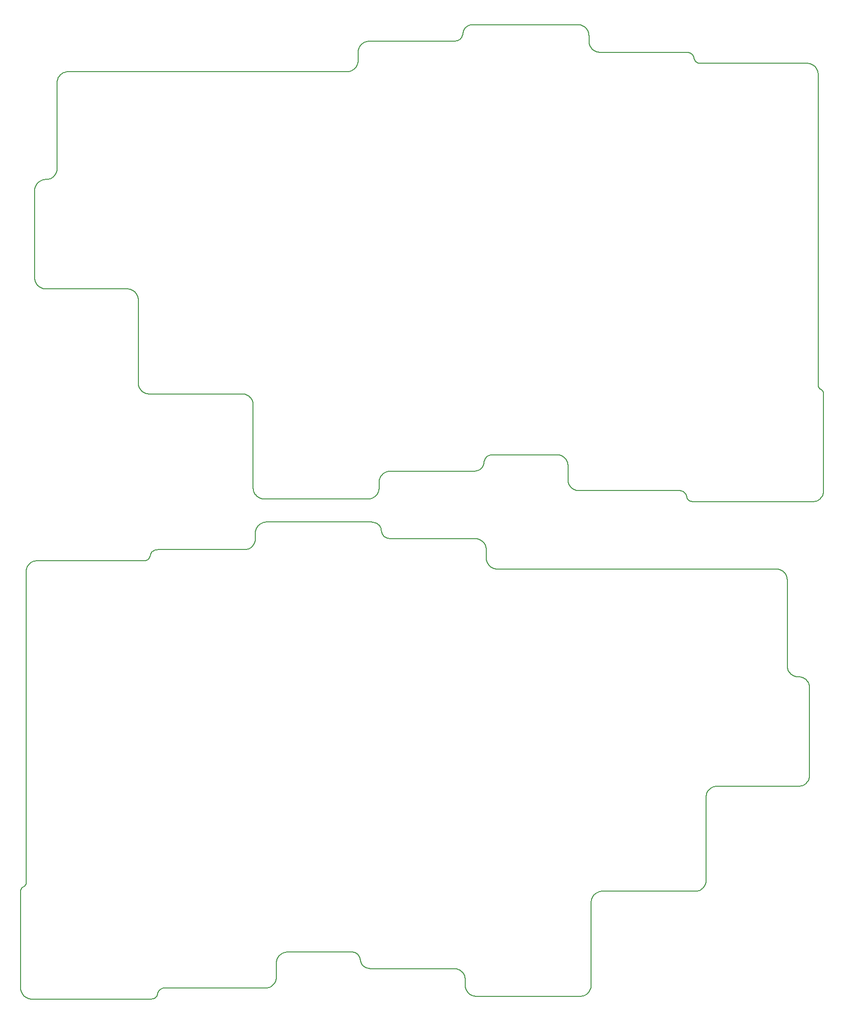
<source format=gbr>
%TF.GenerationSoftware,KiCad,Pcbnew,(6.0.6)*%
%TF.CreationDate,2022-09-05T11:06:28-07:00*%
%TF.ProjectId,Nour-Valkyrie,4e6f7572-2d56-4616-9c6b-797269652e6b,rev?*%
%TF.SameCoordinates,Original*%
%TF.FileFunction,Profile,NP*%
%FSLAX46Y46*%
G04 Gerber Fmt 4.6, Leading zero omitted, Abs format (unit mm)*
G04 Created by KiCad (PCBNEW (6.0.6)) date 2022-09-05 11:06:28*
%MOMM*%
%LPD*%
G01*
G04 APERTURE LIST*
%TA.AperFunction,Profile*%
%ADD10C,0.199999*%
%TD*%
G04 APERTURE END LIST*
D10*
X136064865Y-152193896D02*
X136155688Y-152229707D01*
X79244975Y-141269827D02*
X79331211Y-141313994D01*
X137387524Y-156776895D02*
X137400243Y-156876986D01*
X160404650Y-80793088D02*
X160373845Y-80744140D01*
X80418526Y-158475415D02*
X80440858Y-158572176D01*
X99314279Y-81272379D02*
X99287328Y-81367287D01*
X122096332Y-153850128D02*
X122121771Y-153766524D01*
X159037653Y-79293416D02*
X158961778Y-79285889D01*
X41703434Y-121730647D02*
X41784581Y-121782669D01*
X100180613Y-77669954D02*
X100105059Y-77729328D01*
X62261877Y-250484169D02*
X62318773Y-250467139D01*
X80690201Y-167842453D02*
X80658758Y-167935381D01*
X119177370Y-249244265D02*
X119236744Y-249319818D01*
X81583486Y-164644831D02*
X81507932Y-164704204D01*
X141620036Y-232644717D02*
X141642368Y-232547956D01*
X118279177Y-76209080D02*
X118251476Y-76286508D01*
X162546151Y-213268908D02*
X162586203Y-213180315D01*
X122177125Y-153501575D02*
X122191675Y-153411182D01*
X42821653Y-102272419D02*
X42821653Y-102272419D01*
X61452490Y-170898406D02*
X61416480Y-170936436D01*
X118382711Y-245850789D02*
X118438472Y-245929202D01*
X141087263Y-75677581D02*
X141055819Y-75584653D01*
X59568315Y-124072216D02*
X59568315Y-124072216D01*
X103466802Y-156035166D02*
X103518824Y-155954020D01*
X123307866Y-172291026D02*
X123235297Y-172228165D01*
X98261286Y-242043361D02*
X98342791Y-242046170D01*
X177069237Y-174543004D02*
X177056519Y-174442912D01*
X141569077Y-248252016D02*
X141576801Y-248150447D01*
X38281891Y-230924314D02*
X38279999Y-230957026D01*
X62669141Y-250289350D02*
X62711923Y-250255291D01*
X160018079Y-79851884D02*
X159986013Y-79798381D01*
X99331376Y-242470233D02*
X99379940Y-242523176D01*
X99549953Y-242764626D02*
X99586203Y-242832321D01*
X61165246Y-141031972D02*
X61263735Y-141049560D01*
X122777273Y-171614812D02*
X122737222Y-171526220D01*
X180846096Y-211084470D02*
X180894254Y-211000716D01*
X102012399Y-164272220D02*
X101803152Y-164253690D01*
X61880747Y-169943739D02*
X61854261Y-170007066D01*
X139481759Y-74295364D02*
X139381667Y-74282645D01*
X99618634Y-78319306D02*
X99574466Y-78405542D01*
X138340126Y-158282859D02*
X138423880Y-158331017D01*
X102887708Y-159109524D02*
X102935866Y-159025770D01*
X103087339Y-158667190D02*
X103114290Y-158572283D01*
X40911569Y-103677680D02*
X40884618Y-103772588D01*
X80260553Y-168592466D02*
X80194330Y-168661924D01*
X175946646Y-172944717D02*
X175858053Y-172904666D01*
X117467708Y-245168780D02*
X117558531Y-245204591D01*
X159061027Y-160075749D02*
X159093836Y-160121244D01*
X57872895Y-122095260D02*
X57971384Y-122112849D01*
X102449440Y-159615746D02*
X102522010Y-159552886D01*
X160150712Y-80168905D02*
X160127742Y-80098640D01*
X58764946Y-122469545D02*
X58840500Y-122528919D01*
X59557989Y-123867727D02*
X59565713Y-123969296D01*
X97971983Y-82682628D02*
X97877075Y-82709578D01*
X179538713Y-212006765D02*
X179635474Y-211984432D01*
X62405377Y-169397274D02*
X62352078Y-169423081D01*
X123165838Y-172161942D02*
X123099616Y-172092484D01*
X122590377Y-170952218D02*
X122582654Y-170850650D01*
X99619876Y-242902915D02*
X99650932Y-242976389D01*
X141868950Y-232010714D02*
X141920972Y-231929568D01*
X38538243Y-230393509D02*
X38500032Y-230433806D01*
X63132202Y-249410508D02*
X63154097Y-249351593D01*
X159952007Y-79747998D02*
X159916019Y-79700656D01*
X38295643Y-230829046D02*
X38289767Y-230860304D01*
X101197419Y-244986360D02*
X101382838Y-245020083D01*
X82580097Y-248547588D02*
X82580097Y-248547588D01*
X40176625Y-250544664D02*
X40279545Y-250547268D01*
X103418645Y-156118920D02*
X103466802Y-156035166D01*
X38279999Y-230957026D02*
X38279545Y-230990185D01*
X137666746Y-157609479D02*
X137718768Y-157690625D01*
X183677751Y-141015003D02*
X183677751Y-141015003D01*
X80535062Y-158850835D02*
X80575114Y-158939428D01*
X181014284Y-193559934D02*
X180978473Y-193469111D01*
X62981945Y-249900188D02*
X63006136Y-249845106D01*
X122229278Y-153238741D02*
X122252254Y-153156729D01*
X122582654Y-170850650D02*
X122580052Y-170747730D01*
X63294285Y-249088641D02*
X63327956Y-249042351D01*
X122676831Y-152445111D02*
X122730051Y-152398191D01*
X98920541Y-82044733D02*
X98857680Y-82117302D01*
X136857635Y-152727788D02*
X136920496Y-152800357D01*
X139172710Y-158562081D02*
X139274279Y-158569804D01*
X139377199Y-158572406D02*
X157585466Y-158572406D01*
X118909616Y-74709513D02*
X118852631Y-74761639D01*
X101580174Y-164247486D02*
X101580174Y-164247486D01*
X180677812Y-81272159D02*
X161493288Y-81272342D01*
X181874444Y-81669474D02*
X181796031Y-81613714D01*
X123095699Y-152181070D02*
X123164003Y-152155778D01*
X182614847Y-82772306D02*
X182587896Y-82677399D01*
X61126335Y-171134579D02*
X61079290Y-171153957D01*
X44787817Y-100867157D02*
X44756373Y-100960085D01*
X162429614Y-213644328D02*
X162451946Y-213547567D01*
X103763042Y-155658025D02*
X103832501Y-155591803D01*
X63520469Y-248842225D02*
X63563294Y-248808441D01*
X99534415Y-78494135D02*
X99498604Y-78584958D01*
X38369461Y-249141991D02*
X38400905Y-249234919D01*
X183022505Y-160052509D02*
X183091964Y-159986286D01*
X137534369Y-157350896D02*
X137574421Y-157439489D01*
X44149918Y-101815715D02*
X44074364Y-101875089D01*
X175284051Y-172757826D02*
X175182483Y-172750103D01*
X141177179Y-76272319D02*
X141177179Y-76272319D01*
X157907865Y-158608892D02*
X158011765Y-158637340D01*
X44940698Y-84272478D02*
X44918366Y-84369240D01*
X79921190Y-141800419D02*
X79980563Y-141875973D01*
X163985912Y-212088031D02*
X164084401Y-212070442D01*
X81599402Y-159915182D02*
X81690225Y-159950993D01*
X80256533Y-142384938D02*
X80287977Y-142477866D01*
X122382830Y-168380724D02*
X122338662Y-168294488D01*
X181677751Y-160572086D02*
X181677751Y-160572086D01*
X119826723Y-249806240D02*
X119912959Y-249850407D01*
X38289871Y-248751741D02*
X38302589Y-248851833D01*
X123542979Y-172458181D02*
X123461833Y-172406160D01*
X99922028Y-243985225D02*
X99957557Y-244061460D01*
X139274279Y-158569804D02*
X139377199Y-158572406D01*
X38520934Y-249500571D02*
X38569092Y-249584326D01*
X138598709Y-158415236D02*
X138689532Y-158451047D01*
X62995518Y-169261071D02*
X62919643Y-169268598D01*
X44888059Y-84567822D02*
X44880335Y-84669391D01*
X98861597Y-242156252D02*
X98927862Y-242184685D01*
X123779246Y-152068651D02*
X123864175Y-152072422D01*
X104209454Y-166929302D02*
X104147594Y-166883058D01*
X142234649Y-231567351D02*
X142307218Y-231504490D01*
X101280175Y-160069836D02*
X101381743Y-160062114D01*
X98649430Y-82315844D02*
X98573876Y-82375217D01*
X164388981Y-212047398D02*
X179135643Y-212047398D01*
X100237599Y-244464412D02*
X100294962Y-244522145D01*
X99705042Y-243131911D02*
X99728018Y-243213923D01*
X98793293Y-242130960D02*
X98861597Y-242156252D01*
X79976749Y-168850381D02*
X79898336Y-168906141D01*
X78377893Y-141072605D02*
X78480813Y-141075207D01*
X61030807Y-171171302D02*
X60980872Y-171186680D01*
X118377130Y-75782421D02*
X118345839Y-75960879D01*
X181714884Y-81561693D02*
X181631130Y-81513536D01*
X38577665Y-230356619D02*
X38538243Y-230393509D01*
X59965644Y-140269236D02*
X60025018Y-140344790D01*
X177476893Y-191444232D02*
X177421132Y-191365819D01*
X78984605Y-169237382D02*
X78883037Y-169245105D01*
X181177643Y-81335118D02*
X181080882Y-81312787D01*
X99765621Y-243386364D02*
X99780171Y-243476757D01*
X39269418Y-229591938D02*
X39263847Y-229620708D01*
X120575553Y-250037296D02*
X120677121Y-250045018D01*
X180882300Y-81282482D02*
X180780732Y-81274760D01*
X158877183Y-159624775D02*
X158877183Y-159624775D01*
X57671235Y-122074818D02*
X57772803Y-122082541D01*
X63028083Y-249787566D02*
X63047752Y-249727544D01*
X58346805Y-122229386D02*
X58435397Y-122269438D01*
X81021507Y-165294183D02*
X80977339Y-165380419D01*
X183457264Y-140458624D02*
X183419053Y-140418327D01*
X61909052Y-169883765D02*
X61880747Y-169943739D01*
X123380769Y-152098931D02*
X123456846Y-152086382D01*
X60880648Y-140951245D02*
X60973577Y-140982689D01*
X80180671Y-142205522D02*
X80220723Y-142294115D01*
X120759877Y-155011178D02*
X120935945Y-154964486D01*
X122060487Y-167903052D02*
X121994265Y-167833593D01*
X100105059Y-77729328D02*
X100032490Y-77792189D01*
X43280802Y-102231786D02*
X43182313Y-102249374D01*
X103174653Y-158175372D02*
X103177255Y-158072452D01*
X177665350Y-191661814D02*
X177599127Y-191592355D01*
X119242363Y-74491981D02*
X119169377Y-74529690D01*
X122121771Y-153766524D02*
X122143749Y-153680539D01*
X101864922Y-159951085D02*
X101955745Y-159915276D01*
X80870033Y-165652763D02*
X80843083Y-165747671D01*
X143374915Y-231058113D02*
X143476483Y-231050389D01*
X117898259Y-245388989D02*
X117976672Y-245444750D01*
X181125317Y-194043112D02*
X181112599Y-193943021D01*
X117975225Y-76751423D02*
X117923339Y-76806500D01*
X57971384Y-122112849D02*
X58068146Y-122135181D01*
X59048751Y-122727461D02*
X59111612Y-122800030D01*
X78877724Y-141135570D02*
X78972631Y-141162521D01*
X121918933Y-154231119D02*
X121960945Y-154159983D01*
X183520581Y-159350561D02*
X183556391Y-159259737D01*
X61258973Y-171063583D02*
X61216164Y-171089459D01*
X102638693Y-164432383D02*
X102559182Y-164400548D01*
X162586203Y-213180315D02*
X162630370Y-213094079D01*
X84557053Y-246852168D02*
X84569772Y-246752077D01*
X42877733Y-102272419D02*
X42877733Y-102272419D01*
X160656900Y-81060228D02*
X160616850Y-81029690D01*
X140446487Y-249850311D02*
X140532723Y-249806143D01*
X121533370Y-167489196D02*
X121447134Y-167445028D01*
X102835686Y-159190670D02*
X102887708Y-159109524D01*
X180172715Y-192537148D02*
X180088961Y-192488990D01*
X45840660Y-83061859D02*
X45759514Y-83113880D01*
X177120196Y-190650670D02*
X177102608Y-190552181D01*
X59568315Y-124072216D02*
X59568315Y-139072605D01*
X141576801Y-248150447D02*
X141579403Y-248047527D01*
X104089113Y-166833842D02*
X104033957Y-166781682D01*
X38738819Y-230246227D02*
X38698874Y-230267941D01*
X183675405Y-140949132D02*
X183672132Y-140916885D01*
X120377122Y-74272304D02*
X120377122Y-74272304D01*
X160616850Y-81029690D02*
X160578159Y-80996721D01*
X181135643Y-210047398D02*
X181135643Y-210047398D01*
X59689675Y-139760271D02*
X59725485Y-139851095D01*
X183677297Y-140981844D02*
X183675405Y-140949132D01*
X38279545Y-248547253D02*
X38279545Y-248547253D01*
X175384143Y-172770544D02*
X175284051Y-172757826D01*
X103342742Y-165039712D02*
X103301313Y-164973550D01*
X80377893Y-143072605D02*
X80377893Y-143072605D01*
X160693561Y-231024742D02*
X160792050Y-231007154D01*
X86580097Y-242047710D02*
X98093121Y-242047604D01*
X45167280Y-83735236D02*
X45119122Y-83818990D01*
X84290550Y-247584661D02*
X84338708Y-247500907D01*
X179135643Y-192247601D02*
X179135643Y-192247601D01*
X83447180Y-248350366D02*
X83533416Y-248306199D01*
X122306364Y-153001207D02*
X122337420Y-152927733D01*
X39676813Y-172050691D02*
X39621053Y-172129103D01*
X98857680Y-82117302D02*
X98791458Y-82186760D01*
X98093121Y-242047604D02*
X98093121Y-242047604D01*
X164388981Y-212047398D02*
X164388981Y-212047398D01*
X118304101Y-76128981D02*
X118279177Y-76209080D01*
X120580052Y-167247807D02*
X105580166Y-167247807D01*
X82173404Y-160062032D02*
X82274973Y-160069757D01*
X59909884Y-140190823D02*
X59965644Y-140269236D01*
X158892189Y-159689834D02*
X158909544Y-159752362D01*
X118438472Y-245929202D02*
X118490494Y-246010348D01*
X44480403Y-101469050D02*
X44421030Y-101544604D01*
X41341217Y-102927664D02*
X41278356Y-103000233D01*
X84123394Y-247819774D02*
X84182768Y-247744220D01*
X178391897Y-192126241D02*
X178301073Y-192090431D01*
X117733359Y-245288810D02*
X117817113Y-245336967D01*
X160346788Y-160572269D02*
X181677751Y-160572086D01*
X139677010Y-74335285D02*
X139580248Y-74312952D01*
X159477815Y-160428509D02*
X159529685Y-160451743D01*
X136155688Y-152229707D02*
X136244281Y-152269760D01*
X119912959Y-249850407D02*
X120001551Y-249890458D01*
X141374401Y-78139614D02*
X141334349Y-78051022D01*
X158724937Y-159212329D02*
X158753047Y-159264916D01*
X162388981Y-214047398D02*
X162391583Y-213944478D01*
X63699103Y-248719515D02*
X63746574Y-248694003D01*
X59568315Y-139072605D02*
X59568315Y-139072605D01*
X162510341Y-213359731D02*
X162546151Y-213268908D01*
X135681779Y-152095577D02*
X135780268Y-152113166D01*
X39206421Y-229788205D02*
X39193053Y-229815059D01*
X140935789Y-75319001D02*
X140887632Y-75235247D01*
X179135643Y-212047398D02*
X179238563Y-212044795D01*
X62707877Y-169301813D02*
X62642441Y-169316687D01*
X177961345Y-191906032D02*
X177882932Y-191850271D01*
X61668305Y-170554841D02*
X61641267Y-170612674D01*
X39476706Y-172380238D02*
X39436654Y-172468830D01*
X119944897Y-74297038D02*
X119749239Y-74327772D01*
X61806584Y-170144087D02*
X61785313Y-170217937D01*
X158663011Y-159113459D02*
X158694900Y-159161844D01*
X122539419Y-168844737D02*
X122517086Y-168747976D01*
X103982071Y-166726605D02*
X103933400Y-166668639D01*
X137618588Y-157525725D02*
X137666746Y-157609479D01*
X160238590Y-80454645D02*
X160215202Y-80387330D01*
X142165190Y-231633574D02*
X142234649Y-231567351D01*
X86375609Y-242058039D02*
X86477178Y-242050314D01*
X84517132Y-247047419D02*
X84539464Y-246950658D01*
X82884677Y-248524544D02*
X82983167Y-248506955D01*
X40862286Y-103869349D02*
X40844697Y-103967839D01*
X85626779Y-242289110D02*
X85713015Y-242244942D01*
X82784586Y-248537263D02*
X82884677Y-248524544D01*
X136920496Y-152800357D02*
X136979869Y-152875911D01*
X82274973Y-160069757D02*
X82377893Y-160072361D01*
X41111200Y-103235346D02*
X41063042Y-103319100D01*
X122290505Y-168210734D02*
X122238483Y-168129588D01*
X183218477Y-140271045D02*
X183159506Y-140239548D01*
X45034903Y-83993819D02*
X44999092Y-84084642D01*
X160103035Y-80031884D02*
X160076549Y-79968557D01*
X180978473Y-210825887D02*
X181014284Y-210735064D01*
X163435663Y-212288787D02*
X163521899Y-212244620D01*
X118377122Y-75782428D02*
X118377122Y-75782428D01*
X103806129Y-166477676D02*
X103769770Y-166408424D01*
X39279484Y-229475231D02*
X39279484Y-229475231D01*
X46190066Y-82893674D02*
X46099243Y-82929484D01*
X39276939Y-229533865D02*
X39273789Y-229562982D01*
X41954571Y-102469640D02*
X41868335Y-102513808D01*
X182795970Y-160230506D02*
X182874382Y-160174744D01*
X121776683Y-167645136D02*
X121698270Y-167589375D01*
X161135065Y-81246496D02*
X161027822Y-81224976D01*
X159093836Y-160121244D02*
X159128710Y-160164403D01*
X119398114Y-74425366D02*
X119318603Y-74457201D01*
X179238563Y-212044795D02*
X179340131Y-212037072D01*
X142774109Y-79231893D02*
X142677348Y-79209561D01*
X80354848Y-142768025D02*
X80367567Y-142868117D01*
X138974129Y-158531773D02*
X139072619Y-158549362D01*
X143274823Y-231070831D02*
X143374915Y-231058113D01*
X42517073Y-122049171D02*
X42617165Y-122061890D01*
X118614554Y-75064530D02*
X118576182Y-75133454D01*
X103580166Y-165757603D02*
X103580174Y-165757610D01*
X99220074Y-81551038D02*
X99180023Y-81639630D01*
X38302741Y-230798312D02*
X38295643Y-230829046D01*
X40007299Y-171704029D02*
X39934729Y-171766889D01*
X183677751Y-158572071D02*
X183677751Y-158572071D01*
X158951160Y-159869924D02*
X158975351Y-159925006D01*
X135480118Y-152075132D02*
X135581687Y-152082857D01*
X118780041Y-247047421D02*
X118780041Y-247047421D01*
X79331211Y-141313994D02*
X79414965Y-141362152D01*
X157694133Y-158576452D02*
X157801794Y-158588605D01*
X179914133Y-211890228D02*
X180002725Y-211850176D01*
X177082166Y-190350520D02*
X177079563Y-190247601D01*
X139982474Y-250006905D02*
X140079235Y-249984571D01*
X101177255Y-160072437D02*
X101280175Y-160069836D01*
X181045727Y-210642136D02*
X181072678Y-210547228D01*
X100032490Y-77792189D02*
X99963031Y-77858411D01*
X161027822Y-81224976D02*
X160976424Y-81211498D01*
X40831979Y-104067930D02*
X40824255Y-104169499D01*
X137962985Y-157986620D02*
X138032444Y-158052842D01*
X99255885Y-81460215D02*
X99220074Y-81551038D01*
X43995951Y-101930850D02*
X43914805Y-101982872D01*
X102987532Y-164635422D02*
X102924201Y-164589017D01*
X142223861Y-79031138D02*
X142140107Y-78982981D01*
X84580097Y-246547588D02*
X84580097Y-244047726D01*
X98178050Y-242043833D02*
X98261286Y-242043361D01*
X61610508Y-250547451D02*
X61751916Y-250549776D01*
X120380077Y-155065354D02*
X120574458Y-155044901D01*
X136979869Y-152875911D02*
X137035630Y-152954324D01*
X157801794Y-158588605D02*
X157907865Y-158608892D01*
X41341217Y-121416970D02*
X41407440Y-121486429D01*
X58163053Y-122162132D02*
X58255982Y-122193575D01*
X104582517Y-155162155D02*
X104677424Y-155135204D01*
X176737994Y-173629272D02*
X176682234Y-173550860D01*
X103177255Y-158072452D02*
X103177255Y-158072452D01*
X100083542Y-244274831D02*
X100131840Y-244340718D01*
X135377199Y-152072528D02*
X135480118Y-152075132D01*
X119069588Y-249084706D02*
X119121610Y-249165852D01*
X102787919Y-164504872D02*
X102714933Y-164467163D01*
X62143305Y-250512197D02*
X62203375Y-250499181D01*
X41868335Y-121830826D02*
X41954571Y-121874994D01*
X99379847Y-79169705D02*
X99377244Y-79272625D01*
X104927314Y-167207274D02*
X104832572Y-167189003D01*
X141338014Y-249000846D02*
X141382182Y-248914610D01*
X103769770Y-166408424D02*
X103736352Y-166336420D01*
X40161265Y-171588896D02*
X40082852Y-171644656D01*
X121447134Y-167445028D02*
X121358541Y-167404977D01*
X43831051Y-102031029D02*
X43744815Y-102075197D01*
X121472896Y-154703251D02*
X121538885Y-154654010D01*
X39050953Y-230014943D02*
X39006457Y-230059946D01*
X122191675Y-153411182D02*
X122209072Y-153323564D01*
X99426118Y-242579104D02*
X99469871Y-242638000D01*
X117976672Y-245444750D02*
X118052226Y-245504124D01*
X103705820Y-166261690D02*
X103678119Y-166184262D01*
X81033137Y-159552783D02*
X81105706Y-159615645D01*
X62427611Y-250426925D02*
X62479481Y-250403691D01*
X117613765Y-77037585D02*
X117541438Y-77074750D01*
X160263182Y-80518732D02*
X160238590Y-80454645D01*
X175079563Y-172747501D02*
X124580052Y-172747723D01*
X137366873Y-153868055D02*
X137374596Y-153969624D01*
X57568315Y-122072216D02*
X57671235Y-122074818D01*
X140697623Y-249705962D02*
X140776036Y-249650201D01*
X38367935Y-230625978D02*
X38342257Y-230680994D01*
X105025984Y-167222301D02*
X104927314Y-167207274D01*
X42133986Y-121950856D02*
X42226914Y-121982299D01*
X182865262Y-139992593D02*
X182827770Y-139943437D01*
X40242412Y-171536875D02*
X40161265Y-171588896D01*
X141298538Y-77960199D02*
X141267095Y-77867271D01*
X104491784Y-167084017D02*
X104415858Y-167049932D01*
X143579403Y-231047787D02*
X143579403Y-231047787D01*
X39007360Y-250090552D02*
X39082914Y-250149926D01*
X179730382Y-211957481D02*
X179823310Y-211926038D01*
X141055819Y-75584653D02*
X141020009Y-75493830D01*
X180894254Y-193294282D02*
X180846096Y-193210528D01*
X98414317Y-82482999D02*
X98330563Y-82531156D01*
X58686534Y-122413784D02*
X58764946Y-122469545D01*
X79898336Y-168906141D02*
X79817189Y-168958163D01*
X137498558Y-157260073D02*
X137534369Y-157350896D01*
X180978473Y-193469111D02*
X180938421Y-193380518D01*
X139579403Y-250047543D02*
X139682323Y-250044939D01*
X62919643Y-169268598D02*
X62846438Y-169277846D01*
X178212481Y-192050379D02*
X178126245Y-192006211D01*
X58521633Y-122313605D02*
X58605387Y-122361763D01*
X177276785Y-191114683D02*
X177236733Y-191026090D01*
X135377199Y-152072528D02*
X135377199Y-152072528D01*
X63095137Y-249534686D02*
X63112525Y-249471537D01*
X61785313Y-170217937D02*
X61785313Y-170217937D01*
X121602047Y-154601902D02*
X121662334Y-154546963D01*
X43472471Y-102182502D02*
X43377564Y-102209453D01*
X121267718Y-167369166D02*
X121174790Y-167337723D01*
X120376971Y-250006991D02*
X120475461Y-250024578D01*
X122580052Y-169247807D02*
X122577449Y-169144887D01*
X181133041Y-194144681D02*
X181125317Y-194043112D01*
X100782506Y-77362541D02*
X100689578Y-77393984D01*
X41476898Y-102791983D02*
X41407440Y-102858205D01*
X182667486Y-83067648D02*
X182654768Y-82967556D01*
X137220029Y-153294054D02*
X137255839Y-153384877D01*
X105128636Y-167234055D02*
X105025984Y-167222301D01*
X97480164Y-82769939D02*
X97377244Y-82772541D01*
X44875130Y-100375338D02*
X44867407Y-100476907D01*
X137255839Y-153384877D02*
X137287283Y-153477805D01*
X40082852Y-171644656D02*
X40007299Y-171704029D01*
X39934729Y-171766889D02*
X39865271Y-171833111D01*
X58605387Y-122361763D02*
X58686534Y-122413784D01*
X159813991Y-160537015D02*
X159875595Y-160548062D01*
X40978823Y-120850705D02*
X41018875Y-120939298D01*
X137574421Y-157439489D02*
X137618588Y-157525725D01*
X180253862Y-211705829D02*
X180332275Y-211650068D01*
X161342299Y-230806397D02*
X161426053Y-230758240D01*
X121924806Y-167767371D02*
X121852237Y-167704510D01*
X118820674Y-248450704D02*
X118843006Y-248547465D01*
X99227245Y-242373373D02*
X99280465Y-242420293D01*
X116721970Y-77267328D02*
X116611189Y-77272457D01*
X59591360Y-139377185D02*
X59608948Y-139475674D01*
X103334425Y-156293749D02*
X103374477Y-156205156D01*
X80834595Y-159344532D02*
X80897456Y-159417101D01*
X179635474Y-192310566D02*
X179538713Y-192288233D01*
X140776036Y-249650201D02*
X140851590Y-249590827D01*
X180982392Y-81295200D02*
X180882300Y-81282482D01*
X120185302Y-249957710D02*
X120280210Y-249984660D01*
X140779849Y-75075688D02*
X140720476Y-75000134D01*
X176116636Y-173037041D02*
X176032882Y-172988884D01*
X182677812Y-139500049D02*
X182677812Y-83272136D01*
X41278356Y-121344401D02*
X41341217Y-121416970D01*
X183615039Y-140705812D02*
X183589361Y-140650796D01*
X80438548Y-168365931D02*
X80382788Y-168444344D01*
X62079287Y-169631461D02*
X62041277Y-169675838D01*
X175858053Y-172904666D02*
X175767230Y-172868856D01*
X61465395Y-141070002D02*
X61568315Y-141072605D01*
X117682548Y-76997365D02*
X117613765Y-77037585D01*
X118540849Y-75205124D02*
X118508538Y-75279525D01*
X123696010Y-152068179D02*
X123779246Y-152068651D01*
X60464008Y-171247524D02*
X60464008Y-171247524D01*
X182221109Y-81999955D02*
X182158248Y-81927387D01*
X140851590Y-249590827D02*
X140924159Y-249527965D01*
X81299681Y-164902747D02*
X81236820Y-164975316D01*
X40779653Y-171310300D02*
X40684745Y-171337250D01*
X120884632Y-167270851D02*
X120784540Y-167258132D01*
X99498604Y-78584958D02*
X99467161Y-78677886D01*
X176989647Y-174152753D02*
X176958204Y-174059824D01*
X63080113Y-249599957D02*
X63080113Y-249599957D01*
X63112525Y-249471537D02*
X63132202Y-249410508D01*
X120092374Y-249926267D02*
X120185302Y-249957710D01*
X104223937Y-155313628D02*
X104310173Y-155269460D01*
X60025018Y-140344790D02*
X60087879Y-140417359D01*
X183258422Y-140292759D02*
X183218477Y-140271045D01*
X62479481Y-250403691D02*
X62529604Y-250378342D01*
X103845484Y-166544147D02*
X103806129Y-166477676D01*
X82983167Y-248506955D02*
X83079928Y-248484623D01*
X44854688Y-100576999D02*
X44837100Y-100675488D01*
X82475537Y-164270546D02*
X82377048Y-164288134D01*
X176197782Y-173089062D02*
X176116636Y-173037041D01*
X159165614Y-160205251D02*
X159204514Y-160243811D01*
X40821653Y-104272419D02*
X40821653Y-120072216D01*
X80380495Y-158175265D02*
X80388219Y-158276834D01*
X119021430Y-249000952D02*
X119069588Y-249084706D01*
X118326304Y-76046238D02*
X118304101Y-76128981D01*
X141177179Y-76272319D02*
X141174576Y-76169400D01*
X116611189Y-77272457D02*
X116496260Y-77274231D01*
X38436715Y-249325743D02*
X38476767Y-249414335D01*
X161076648Y-230926427D02*
X161167471Y-230890617D01*
X137377199Y-156572406D02*
X137379801Y-156675326D01*
X178676494Y-192206968D02*
X178579732Y-192184635D01*
X180846096Y-193210528D02*
X180794074Y-193129382D01*
X163701314Y-212168757D02*
X163794243Y-212137314D01*
X158630756Y-79271426D02*
X158448167Y-79272495D01*
X81913035Y-164444723D02*
X81826799Y-164488891D01*
X102779926Y-159269083D02*
X102835686Y-159190670D01*
X160373845Y-80744140D02*
X160344309Y-80692297D01*
X158961778Y-79285889D02*
X158801852Y-79275683D01*
X180616079Y-211392152D02*
X180678940Y-211319583D01*
X42321822Y-122009250D02*
X42418583Y-122031583D01*
X40844697Y-103967839D02*
X40831979Y-104067930D01*
X121994265Y-167833593D02*
X121924806Y-167767371D01*
X183221048Y-159844257D02*
X183280422Y-159768703D01*
X39974965Y-250524219D02*
X40075057Y-250536939D01*
X101381743Y-160062114D02*
X101481835Y-160049396D01*
X38621114Y-249665472D02*
X38676874Y-249743885D01*
X183298883Y-140318499D02*
X183258422Y-140292759D01*
X122143749Y-153680539D02*
X122162216Y-153592210D01*
X63327956Y-249042351D02*
X63363334Y-248998154D01*
X103301313Y-164973550D02*
X103256808Y-164910165D01*
X118690125Y-246452682D02*
X118717076Y-246547590D01*
X100974175Y-77313257D02*
X100877414Y-77335590D01*
X180549856Y-192833387D02*
X180480398Y-192767165D01*
X158694900Y-159161844D02*
X158724937Y-159212329D01*
X181631130Y-81513536D02*
X181544894Y-81469370D01*
X38400905Y-249234919D02*
X38436715Y-249325743D01*
X175079563Y-172747501D02*
X175079563Y-172747501D01*
X159551919Y-79422092D02*
X159496274Y-79398627D01*
X117084621Y-245070465D02*
X117183110Y-245088053D01*
X79414965Y-141362152D02*
X79496112Y-141414174D01*
X141020009Y-75493830D02*
X140979957Y-75405237D01*
X59326926Y-123118897D02*
X59371093Y-123205133D01*
X99774574Y-78075993D02*
X99718813Y-78154406D01*
X137718768Y-157690625D02*
X137774528Y-157769038D01*
X101072664Y-77295669D02*
X100974175Y-77313257D01*
X158801852Y-79275683D02*
X158630756Y-79271426D01*
X122182722Y-168051175D02*
X122123348Y-167975621D01*
X101677086Y-160009478D02*
X101771994Y-159982528D01*
X118220944Y-76361238D02*
X118187526Y-76433242D01*
X124580052Y-172747723D02*
X124477132Y-172745121D01*
X141182075Y-249244160D02*
X141237835Y-249165747D01*
X38320382Y-230738490D02*
X38302741Y-230798312D01*
X164184493Y-212057723D02*
X164286061Y-212050000D01*
X38736248Y-249819439D02*
X38799109Y-249892009D01*
X158394002Y-158833259D02*
X158436827Y-158867043D01*
X84338708Y-247500907D02*
X84382875Y-247414671D01*
X141980547Y-78875199D02*
X141904994Y-78815825D01*
X121960945Y-154159983D02*
X121999739Y-154086278D01*
X122458692Y-168560140D02*
X122422881Y-168469317D01*
X137336566Y-153669474D02*
X137354154Y-153767964D01*
X118069406Y-76632628D02*
X118023896Y-76693457D01*
X103136622Y-158475522D02*
X103154211Y-158377032D01*
X141166853Y-76067831D02*
X141154134Y-75967739D01*
X80739484Y-167650784D02*
X80717152Y-167747545D01*
X139580248Y-74312952D02*
X139481759Y-74295364D01*
X63746574Y-248694003D02*
X63844384Y-248649156D01*
X103114290Y-158572283D02*
X103136622Y-158475522D01*
X179823310Y-211926038D02*
X179914133Y-211890228D01*
X121825456Y-154365536D02*
X121873754Y-154299649D01*
X123036755Y-172019915D02*
X122977381Y-171944361D01*
X41163222Y-103154200D02*
X41111200Y-103235346D01*
X62519054Y-169352608D02*
X62461022Y-169373809D01*
X159332826Y-160346013D02*
X159379350Y-160375669D01*
X176790016Y-173710418D02*
X176737994Y-173629272D01*
X183667529Y-140885122D02*
X183661653Y-140853864D01*
X82092450Y-164368861D02*
X82001627Y-164404671D01*
X82073312Y-160049312D02*
X82173404Y-160062032D01*
X43744815Y-102075197D02*
X43656223Y-102115249D01*
X138782460Y-158482490D02*
X138877368Y-158509441D01*
X117558531Y-245204591D02*
X117647123Y-245244642D01*
X85099661Y-242702970D02*
X85165884Y-242633511D01*
X120475461Y-250024578D02*
X120575553Y-250037296D01*
X39278844Y-229504607D02*
X39276939Y-229533865D01*
X99650932Y-242976389D02*
X99679334Y-243052727D01*
X162047412Y-230166005D02*
X162099434Y-230084859D01*
X177169479Y-190842339D02*
X177142529Y-190747431D01*
X84977427Y-242851093D02*
X85036800Y-242775539D01*
X82575629Y-164257827D02*
X82475537Y-164270546D01*
X40684745Y-171337250D02*
X40591817Y-171368692D01*
X141776625Y-232180704D02*
X141820792Y-232094468D01*
X46099243Y-82929484D02*
X46010650Y-82969535D01*
X62161534Y-169551286D02*
X62119359Y-169589969D01*
X60701233Y-140875383D02*
X60789825Y-140915435D01*
X121258462Y-154833390D02*
X121332636Y-154792978D01*
X118658681Y-246359754D02*
X118690125Y-246452682D01*
X118777438Y-246944501D02*
X118780041Y-247047421D01*
X120784540Y-167258132D02*
X120682971Y-167250409D01*
X183661653Y-140853864D02*
X183654555Y-140823130D01*
X159288155Y-160314168D02*
X159332826Y-160346013D01*
X177599127Y-191592355D02*
X177536266Y-191519786D01*
X61171956Y-171113102D02*
X61126335Y-171134579D01*
X100484400Y-244678433D02*
X100553165Y-244724768D01*
X99366919Y-80977036D02*
X99354200Y-81077128D01*
X160578159Y-80996721D02*
X160540816Y-80961254D01*
X177236733Y-191026090D02*
X177200923Y-190935267D01*
X78780962Y-141113238D02*
X78877724Y-141135570D01*
X139883984Y-250024494D02*
X139982474Y-250006905D01*
X44536164Y-101390637D02*
X44480403Y-101469050D01*
X160470117Y-80882564D02*
X160436736Y-80839207D01*
X119365828Y-249461845D02*
X119435286Y-249528068D01*
X175579394Y-172810463D02*
X175482633Y-172788131D01*
X123864175Y-152072422D02*
X135377199Y-152072528D01*
X137774528Y-157769038D02*
X137833902Y-157844592D01*
X80088346Y-142035532D02*
X80136504Y-142119286D01*
X141122701Y-249319714D02*
X141182075Y-249244160D01*
X121181657Y-154870785D02*
X121258462Y-154833390D01*
X117029982Y-77232092D02*
X116931312Y-77247119D01*
X160504806Y-80923224D02*
X160470117Y-80882564D01*
X182714823Y-160282528D02*
X182795970Y-160230506D01*
X39412463Y-250350036D02*
X39501055Y-250390089D01*
X182520642Y-82493648D02*
X182480590Y-82405056D01*
X121719697Y-154489230D02*
X121774087Y-154428742D01*
X80575114Y-158939428D02*
X80619282Y-159025664D01*
X100510162Y-77469846D02*
X100423926Y-77514014D01*
X61612987Y-170667479D02*
X61583451Y-170719322D01*
X122580052Y-170747730D02*
X122580052Y-169247807D01*
X117817113Y-245336967D02*
X117898259Y-245388989D01*
X102476380Y-164371672D02*
X102390271Y-164345771D01*
X177882932Y-191850271D02*
X177807378Y-191790897D01*
X183159506Y-140239548D02*
X183103083Y-140204993D01*
X140993618Y-249461742D02*
X141059840Y-249392283D01*
X141516438Y-248547358D02*
X141538770Y-248450597D01*
X182708107Y-139702424D02*
X182700200Y-139674090D01*
X122177125Y-153501575D02*
X122177125Y-153501575D01*
X41074996Y-171257664D02*
X40974904Y-171270382D01*
X121358541Y-167404977D02*
X121267718Y-167369166D01*
X179079563Y-192247601D02*
X178976644Y-192244998D01*
X182388265Y-82235067D02*
X182336243Y-82153921D01*
X38854213Y-230180175D02*
X38797790Y-230214730D01*
X181949997Y-81728847D02*
X181874444Y-81669474D01*
X179135643Y-212047398D02*
X179135643Y-212047398D01*
X137377199Y-154072544D02*
X137377199Y-154072544D01*
X158803199Y-159376411D02*
X158825094Y-159435326D01*
X39249189Y-229677606D02*
X39240146Y-229705689D01*
X99377244Y-80772548D02*
X99374642Y-80875468D01*
X142800913Y-231204957D02*
X142891736Y-231169146D01*
X158629340Y-159067169D02*
X158663011Y-159113459D01*
X44999092Y-84084642D02*
X44967649Y-84177571D01*
X63326540Y-169246608D02*
X63155444Y-169250865D01*
X39342449Y-172747488D02*
X39320117Y-172844249D01*
X63438923Y-248916024D02*
X63478987Y-248878084D01*
X103166929Y-158276940D02*
X103174653Y-158175372D01*
X183493832Y-140502174D02*
X183457264Y-140458624D01*
X100183209Y-244403924D02*
X100237599Y-244464412D01*
X140174143Y-249957619D02*
X140267071Y-249926175D01*
X80400937Y-158376925D02*
X80418526Y-158475415D01*
X99440210Y-78772794D02*
X99417877Y-78869555D01*
X99780171Y-243476757D02*
X99795080Y-243567392D01*
X60154102Y-140486818D02*
X60223561Y-140553041D01*
X121873754Y-154299649D02*
X121918933Y-154231119D01*
X39569031Y-172210249D02*
X39520873Y-172294002D01*
X159249419Y-79326631D02*
X159181433Y-79313709D01*
X135581687Y-152082857D02*
X135681779Y-152095577D01*
X84182768Y-247744220D02*
X84238528Y-247665807D01*
X81340819Y-159782803D02*
X81424573Y-159830961D01*
X177369110Y-191284673D02*
X177320953Y-191200919D01*
X124477132Y-172745121D02*
X124375563Y-172737398D01*
X177102608Y-190552181D02*
X177089889Y-190452089D01*
X79650078Y-141529308D02*
X79722647Y-141592169D01*
X118538651Y-246094102D02*
X118582819Y-246180338D01*
X158909544Y-159752362D02*
X158929213Y-159812384D01*
X180938421Y-210914480D02*
X180978473Y-210825887D01*
X80977339Y-165380419D02*
X80937287Y-165469012D01*
X80440858Y-158572176D02*
X80467809Y-158667084D01*
X39218740Y-229761011D02*
X39206421Y-229788205D01*
X62577946Y-250350851D02*
X62624470Y-250321195D01*
X81974822Y-160031723D02*
X82073312Y-160049312D01*
X103933400Y-166668639D02*
X103887890Y-166607810D01*
X118782643Y-248150554D02*
X118790367Y-248252122D01*
X124275472Y-172724680D02*
X124176982Y-172707092D01*
X119583409Y-249650301D02*
X119661822Y-249706062D01*
X160926489Y-81196120D02*
X160878006Y-81178775D01*
X122277962Y-153077545D02*
X122306364Y-153001207D01*
X121852237Y-167704510D02*
X121776683Y-167645136D01*
X39302528Y-172942738D02*
X39289810Y-173042830D01*
X103381114Y-165108636D02*
X103342742Y-165039712D01*
X42418583Y-122031583D02*
X42517073Y-122049171D01*
X38500032Y-230433806D02*
X38463464Y-230477356D01*
X44900777Y-84467730D02*
X44888059Y-84567822D01*
X142058960Y-78930959D02*
X141980547Y-78875199D01*
X122869599Y-171784802D02*
X122821441Y-171701048D01*
X103678119Y-166184262D02*
X103653195Y-166104163D01*
X120001551Y-249890458D02*
X120092374Y-249926267D01*
X45074955Y-83905226D02*
X45034903Y-83993819D01*
X142677348Y-79209561D02*
X142582440Y-79182610D01*
X42418583Y-102313051D02*
X42321822Y-102335384D01*
X99957557Y-244061460D02*
X99996351Y-244135165D01*
X141920972Y-231929568D02*
X141976733Y-231851155D01*
X78377893Y-141072605D02*
X78377893Y-141072605D01*
X104654652Y-167142836D02*
X104571364Y-167114994D01*
X82377048Y-164288134D02*
X82280286Y-164310467D01*
X38282147Y-248650172D02*
X38289871Y-248751741D01*
X119507856Y-249590928D02*
X119583409Y-249650301D01*
X182272489Y-160482163D02*
X182365418Y-160450718D01*
X122517086Y-168747976D02*
X122490135Y-168653068D01*
X181072678Y-193747770D02*
X181045727Y-193652862D01*
X116377130Y-77272625D02*
X101377244Y-77272625D01*
X104872675Y-155095283D02*
X104972767Y-155082564D01*
X160076549Y-79968557D02*
X160048244Y-79908583D01*
X183667425Y-158776559D02*
X183675149Y-158674990D01*
X175674302Y-172837413D02*
X175579394Y-172810463D01*
X177056519Y-174442912D02*
X177038930Y-174344422D01*
X117124724Y-77213821D02*
X117029982Y-77232092D01*
X100624660Y-244768160D02*
X100698834Y-244808572D01*
X42226914Y-102362335D02*
X42133986Y-102393778D01*
X180738314Y-211244029D02*
X180794074Y-211165616D01*
X80757073Y-167552295D02*
X80739484Y-167650784D01*
X83698316Y-248206019D02*
X83776729Y-248150259D01*
X179079563Y-192247601D02*
X179079563Y-192247601D01*
X79496112Y-141414174D02*
X79574524Y-141469934D01*
X82185379Y-164337418D02*
X82092450Y-164368861D01*
X83852283Y-248090885D02*
X83924852Y-248028024D01*
X140887632Y-75235247D02*
X140835610Y-75154101D01*
X162845684Y-212775212D02*
X162908545Y-212702643D01*
X121617124Y-167537354D02*
X121533370Y-167489196D01*
X159427692Y-160403160D02*
X159477815Y-160428509D01*
X60708976Y-171236392D02*
X60589603Y-171244830D01*
X178774983Y-192224556D02*
X178676494Y-192206968D01*
X81177447Y-165050870D02*
X81121686Y-165129283D01*
X182365418Y-160450718D02*
X182456241Y-160414907D01*
X98721999Y-82252983D02*
X98649430Y-82315844D01*
X41063042Y-103319100D02*
X41018875Y-103405336D01*
X103518824Y-155954020D02*
X103574585Y-155875607D01*
X162630370Y-213094079D02*
X162678528Y-213010325D01*
X177079563Y-174747494D02*
X177079563Y-174747494D01*
X159938698Y-160557162D02*
X160003263Y-160564342D01*
X80052302Y-168791007D02*
X79976749Y-168850381D01*
X80963678Y-159486560D02*
X81033137Y-159552783D01*
X104398765Y-155229409D02*
X104489588Y-155193598D01*
X42821653Y-102272419D02*
X42718733Y-102275021D01*
X80667439Y-159109418D02*
X80719461Y-159190565D01*
X164286061Y-212050000D02*
X164388981Y-212047398D01*
X182678452Y-139529425D02*
X182677812Y-139500049D01*
X162388981Y-229047787D02*
X162388981Y-229047787D01*
X78682473Y-141095649D02*
X78780962Y-141113238D01*
X101021351Y-244939668D02*
X101197419Y-244986360D01*
X181135643Y-194247601D02*
X181135643Y-194247601D01*
X38279545Y-248547253D02*
X38282147Y-248650172D01*
X183218477Y-140271045D02*
X183218477Y-140271045D01*
X46010650Y-82969535D02*
X45924414Y-83013702D01*
X41784581Y-121782669D02*
X41868335Y-121830826D01*
X123626733Y-172506338D02*
X123542979Y-172458181D01*
X182700200Y-139674090D02*
X182693449Y-139645526D01*
X159878009Y-79656279D02*
X159837937Y-79614787D01*
X160344309Y-80692297D02*
X160316029Y-80637492D01*
X182680357Y-139558683D02*
X182678452Y-139529425D01*
X61854261Y-170007066D02*
X61829554Y-170073822D01*
X119742969Y-249758083D02*
X119826723Y-249806240D01*
X123234308Y-152133646D02*
X123306576Y-152114691D01*
X139377199Y-158572406D02*
X139377199Y-158572406D01*
X61079290Y-171153957D02*
X61030807Y-171171302D01*
X86275517Y-242070759D02*
X86375609Y-242058039D01*
X43914805Y-101982872D02*
X43831051Y-102031029D01*
X120280210Y-249984660D02*
X120376971Y-250006991D01*
X122580052Y-170747730D02*
X122580052Y-170747730D01*
X41954571Y-121874994D02*
X42043163Y-121915046D01*
X41476898Y-121552652D02*
X41549468Y-121615513D01*
X98155734Y-82615375D02*
X98064911Y-82651185D01*
X60789825Y-140915435D02*
X60880648Y-140951245D01*
X118969764Y-74660240D02*
X118909616Y-74709513D01*
X99469871Y-242638000D02*
X99511163Y-242699847D01*
X62203375Y-250499181D02*
X62261877Y-250484169D01*
X183560313Y-140598414D02*
X183528326Y-140548822D01*
X41018875Y-120939298D02*
X41063042Y-121025534D01*
X141187505Y-77477021D02*
X141179781Y-77375453D01*
X162908545Y-212702643D02*
X162974768Y-212633184D01*
X39591878Y-250425900D02*
X39684807Y-250457345D01*
X45397297Y-83427555D02*
X45334436Y-83500124D01*
X38285164Y-230892067D02*
X38281891Y-230924314D01*
X44358169Y-101617173D02*
X44291946Y-101686632D01*
X39501055Y-250390089D02*
X39591878Y-250425900D01*
X43377564Y-102209453D02*
X43280802Y-102231786D01*
X79817189Y-168958163D02*
X79733435Y-169006320D01*
X182544833Y-160374854D02*
X182631069Y-160330686D01*
X183528326Y-140548822D02*
X183493832Y-140502174D01*
X176622860Y-173475306D02*
X176559999Y-173402737D01*
X118803085Y-248352214D02*
X118820674Y-248450704D01*
X181272551Y-81362068D02*
X181177643Y-81335118D01*
X101780171Y-245047421D02*
X116780041Y-245047421D01*
X160698323Y-81088401D02*
X160656900Y-81060228D01*
X140449364Y-74729022D02*
X140373810Y-74669649D01*
X80820750Y-165844432D02*
X80803162Y-165942921D01*
X61641267Y-170612674D02*
X61612987Y-170667479D01*
X80382788Y-168444344D02*
X80323414Y-168519897D01*
X58840500Y-122528919D02*
X58913069Y-122591780D01*
X46774813Y-82774921D02*
X46673245Y-82782644D01*
X84422927Y-247326078D02*
X84458738Y-247235255D01*
X142461184Y-231389356D02*
X142542331Y-231337334D01*
X117465512Y-77108835D02*
X117385932Y-77139812D01*
X118260477Y-245702666D02*
X118323338Y-245775235D01*
X182456241Y-160414907D02*
X182544833Y-160374854D01*
X177320953Y-191200919D02*
X177276785Y-191114683D01*
X180780732Y-81274760D02*
X180677812Y-81272159D01*
X98500450Y-242061564D02*
X98576527Y-242074113D01*
X124176982Y-172707092D02*
X124080221Y-172684760D01*
X62041277Y-169675838D02*
X62005289Y-169723180D01*
X142398689Y-79115357D02*
X142310097Y-79075305D01*
X41278356Y-103000233D02*
X41218982Y-103075787D01*
X79574524Y-141469934D02*
X79650078Y-141529308D01*
X63400347Y-248956046D02*
X63438923Y-248916024D01*
X159753921Y-160523999D02*
X159813991Y-160537015D01*
X139682323Y-250044939D02*
X139783892Y-250037214D01*
X98927862Y-242184685D02*
X98992048Y-242216243D01*
X141136546Y-75869250D02*
X141114213Y-75772489D01*
X123892385Y-172626367D02*
X123801562Y-172590557D01*
X137440164Y-157072237D02*
X137467115Y-157167145D01*
X139783892Y-250037214D02*
X139883984Y-250024494D01*
X84670013Y-243452987D02*
X84701457Y-243360059D01*
X159438242Y-79377426D02*
X159377782Y-79358411D01*
X63065107Y-249665016D02*
X63080113Y-249599957D01*
X141114213Y-75772489D02*
X141087263Y-75677581D01*
X117923339Y-76806500D02*
X117868183Y-76858660D01*
X176032882Y-172988884D02*
X175946646Y-172944717D01*
X158448167Y-79272495D02*
X143177179Y-79272525D01*
X100131840Y-244340718D02*
X100183209Y-244403924D01*
X85383466Y-242445052D02*
X85461879Y-242389291D01*
X97377244Y-82772541D02*
X97377244Y-82772541D01*
X103504387Y-165411641D02*
X103448758Y-165254707D01*
X100038363Y-244206301D02*
X100083542Y-244274831D01*
X116931312Y-77247119D02*
X116828660Y-77258873D01*
X102657691Y-159417205D02*
X102720552Y-159344636D01*
X59278768Y-123035143D02*
X59326926Y-123118897D01*
X122209072Y-153323564D02*
X122229278Y-153238741D01*
X59570917Y-139175524D02*
X59578641Y-139277093D01*
X105177255Y-155072239D02*
X105177255Y-155072239D01*
X160316029Y-80637492D02*
X160288991Y-80579659D01*
X162299065Y-229642525D02*
X162326016Y-229547618D01*
X61939217Y-169827066D02*
X61909052Y-169883765D01*
X105177255Y-155072239D02*
X120177125Y-155072239D01*
X183049382Y-140167558D02*
X182998576Y-140127422D01*
X118622871Y-246268931D02*
X118658681Y-246359754D01*
X122701411Y-171435397D02*
X122669968Y-171342469D01*
X80490570Y-168284785D02*
X80438548Y-168365931D01*
X84382875Y-247414671D02*
X84422927Y-247326078D01*
X64049431Y-248584074D02*
X64155502Y-248563787D01*
X103055896Y-158760119D02*
X103087339Y-158667190D01*
X40824255Y-120175135D02*
X40831979Y-120276704D01*
X42043163Y-102429589D02*
X41954571Y-102469640D01*
X41218982Y-103075787D02*
X41163222Y-103154200D01*
X158844771Y-159496355D02*
X158862159Y-159559504D01*
X99171755Y-242329491D02*
X99227245Y-242373373D01*
X80719461Y-159190565D02*
X80775221Y-159268978D01*
X82280286Y-164310467D02*
X82185379Y-164337418D01*
X141556359Y-248352107D02*
X141569077Y-248252016D01*
X178042491Y-191958054D02*
X177961345Y-191906032D01*
X86177028Y-242088348D02*
X86275517Y-242070759D01*
X104571364Y-167114994D02*
X104491784Y-167084017D01*
X160388981Y-231047787D02*
X160388981Y-231047787D01*
X99377244Y-79272625D02*
X99377244Y-80772548D01*
X118790367Y-248252122D02*
X118803085Y-248352214D01*
X41549468Y-102729122D02*
X41476898Y-102791983D01*
X102214327Y-159782901D02*
X102295474Y-159730880D01*
X60223561Y-140553041D02*
X60296130Y-140615902D01*
X103158502Y-164791785D02*
X103104665Y-164736821D01*
X99574466Y-78405542D02*
X99534415Y-78494135D01*
X141177179Y-77272533D02*
X141177179Y-76272319D01*
X123864175Y-152072422D02*
X123864175Y-152072422D01*
X99054118Y-242250908D02*
X99114034Y-242288663D01*
X39273789Y-229562982D02*
X39269418Y-229591938D01*
X119435286Y-249528068D02*
X119507856Y-249590928D01*
X180172715Y-211757851D02*
X180253862Y-211705829D01*
X162388981Y-229047787D02*
X162388981Y-214047398D01*
X160205380Y-160574594D02*
X160346788Y-160572269D01*
X139955669Y-74429489D02*
X139864846Y-74393679D01*
X182738556Y-139785829D02*
X182727307Y-139758316D01*
X181135643Y-194247601D02*
X181133041Y-194144681D01*
X103630992Y-166021420D02*
X103611457Y-165936061D01*
X41784581Y-102561966D02*
X41703434Y-102613987D01*
X101481835Y-160049396D02*
X101580325Y-160031809D01*
X159583266Y-160472884D02*
X159638523Y-160491957D01*
X103905070Y-155528942D02*
X103980624Y-155469568D01*
X117385932Y-77139812D02*
X117302644Y-77167654D01*
X124080221Y-172684760D02*
X123985313Y-172657810D01*
X163351909Y-212336945D02*
X163435663Y-212288787D01*
X181456302Y-81429319D02*
X181365479Y-81393510D01*
X176276195Y-173144823D02*
X176197782Y-173089062D01*
X182280483Y-82075509D02*
X182221109Y-81999955D01*
X117279872Y-245110386D02*
X117374779Y-245137337D01*
X142036106Y-231775601D02*
X142098967Y-231703032D01*
X182022567Y-81791707D02*
X181949997Y-81728847D01*
X81507932Y-164704204D02*
X81435363Y-164767065D01*
X178579732Y-192184635D02*
X178484825Y-192157684D01*
X158112912Y-158673974D02*
X158210722Y-158718821D01*
X180677812Y-81272159D02*
X180677812Y-81272159D01*
X123306576Y-152114691D02*
X123380769Y-152098931D01*
X40412402Y-171444552D02*
X40326166Y-171488718D01*
X177038930Y-174344422D02*
X177016598Y-174247660D01*
X116828660Y-77258873D02*
X116721970Y-77267328D01*
X142891736Y-231169146D02*
X142984665Y-231137703D01*
X40831979Y-120276704D02*
X40844697Y-120376796D01*
X122252254Y-153156729D02*
X122277962Y-153077545D01*
X98650720Y-242089873D02*
X98722988Y-242108828D01*
X44814767Y-100772249D02*
X44787817Y-100867157D01*
X59658231Y-139667343D02*
X59689675Y-139760271D01*
X162386379Y-229150706D02*
X162388981Y-229047787D01*
X80124872Y-168728147D02*
X80052302Y-168791007D01*
X103154211Y-158377032D02*
X103166929Y-158276940D01*
X176922393Y-173969001D02*
X176882341Y-173880408D01*
X103448758Y-165254707D02*
X103416447Y-165180306D01*
X117541438Y-77074750D02*
X117465512Y-77108835D01*
X42877733Y-102272419D02*
X42821653Y-102272419D01*
X100294962Y-244522145D02*
X100355249Y-244577084D01*
X84869644Y-243010653D02*
X84921666Y-242929506D01*
X59578641Y-139277093D02*
X59591360Y-139377185D01*
X105074335Y-155074841D02*
X105177255Y-155072239D01*
X159379350Y-160375669D02*
X159427692Y-160403160D01*
X41407440Y-102858205D02*
X41341217Y-102927664D01*
X182177582Y-160509114D02*
X182272489Y-160482163D01*
X182556452Y-82584471D02*
X182520642Y-82493648D01*
X122487425Y-152662818D02*
X122531178Y-152603922D01*
X117302644Y-77167654D02*
X117215593Y-77192332D01*
X122035268Y-154010043D02*
X122067482Y-153931313D01*
X158448167Y-79272495D02*
X158448167Y-79272495D01*
X137354154Y-153767964D02*
X137366873Y-153868055D01*
X44756373Y-100960085D02*
X44720563Y-101050908D01*
X138180567Y-158175077D02*
X138258980Y-158230837D01*
X44680511Y-101139501D02*
X44636343Y-101225737D01*
X99135855Y-81725866D02*
X99087697Y-81809620D01*
X163044227Y-212566962D02*
X163116796Y-212504101D01*
X81181260Y-159675019D02*
X81259673Y-159730780D01*
X101177255Y-160072437D02*
X101177255Y-160072437D01*
X161426053Y-230758240D02*
X161507200Y-230706218D01*
X99728018Y-243213923D02*
X99748224Y-243298746D01*
X118977263Y-248914716D02*
X119021430Y-249000952D01*
X39279484Y-173247318D02*
X39279484Y-229475231D01*
X61610508Y-250547451D02*
X61610508Y-250547451D01*
X161507200Y-230706218D02*
X161585612Y-230650457D01*
X161661166Y-230591084D02*
X161733735Y-230528223D01*
X124375563Y-172737398D02*
X124275472Y-172724680D01*
X84777319Y-243180643D02*
X84821487Y-243094407D01*
X182677812Y-83272136D02*
X182677812Y-83272136D01*
X59226746Y-122953997D02*
X59278768Y-123035143D01*
X44867407Y-100476907D02*
X44854688Y-100576999D01*
X62791682Y-250180433D02*
X62828586Y-250139585D01*
X118452909Y-75436459D02*
X118409152Y-75604134D01*
X158556949Y-158980864D02*
X158593962Y-159022972D01*
X84821487Y-243094407D02*
X84869644Y-243010653D01*
X119299605Y-249392387D02*
X119365828Y-249461845D01*
X104059037Y-155413807D02*
X104140183Y-155361785D01*
X176882341Y-173880408D02*
X176838174Y-173794172D01*
X137417832Y-156975476D02*
X137440164Y-157072237D01*
X61751916Y-250549776D02*
X61888041Y-250544806D01*
X122577356Y-152547994D02*
X122625920Y-152495051D01*
X62005289Y-169723180D02*
X61971283Y-169773563D01*
X182080821Y-160531448D02*
X182177582Y-160509114D01*
X98791458Y-82186760D02*
X98721999Y-82252983D01*
X142310097Y-79075305D02*
X142223861Y-79031138D01*
X181125317Y-210251886D02*
X181133041Y-210150317D01*
X158436827Y-158867043D02*
X158478309Y-158902902D01*
X159030320Y-160027894D02*
X159061027Y-160075749D01*
X141976733Y-231851155D02*
X142036106Y-231775601D01*
X38617865Y-230323292D02*
X38577665Y-230356619D01*
X162478897Y-213452659D02*
X162510341Y-213359731D01*
X40591817Y-171368692D02*
X40500994Y-171404501D01*
X104310173Y-155269460D02*
X104398765Y-155229409D01*
X100259026Y-77614193D02*
X100180613Y-77669954D01*
X183388204Y-159609144D02*
X183436362Y-159525389D01*
X80538728Y-168201032D02*
X80490570Y-168284785D01*
X103374477Y-156205156D02*
X103418645Y-156118920D01*
X83924852Y-248028024D02*
X83994311Y-247961802D01*
X141200223Y-77577113D02*
X141187505Y-77477021D01*
X141762966Y-78686742D02*
X141696743Y-78617284D01*
X160878006Y-81178775D02*
X160830961Y-81159397D01*
X84490181Y-247142327D02*
X84517132Y-247047419D01*
X140044261Y-74469541D02*
X139955669Y-74429489D01*
X141904994Y-78815825D02*
X141832424Y-78752965D01*
X182727307Y-139758316D02*
X182717150Y-139730507D01*
X137087652Y-153035471D02*
X137135809Y-153119225D01*
X80780117Y-166247501D02*
X80780117Y-167247715D01*
X180794074Y-211165616D02*
X180846096Y-211084470D01*
X62301084Y-169451309D02*
X62252357Y-169482033D01*
X180002725Y-192444822D02*
X179914133Y-192404771D01*
X80388219Y-158276834D02*
X80400937Y-158376925D01*
X181135643Y-210047398D02*
X181135643Y-194247601D01*
X137035630Y-152954324D02*
X137087652Y-153035471D01*
X39163257Y-229867654D02*
X39129526Y-229918619D01*
X160127742Y-80098640D02*
X160103035Y-80031884D01*
X98244327Y-82575324D02*
X98155734Y-82615375D01*
X180480398Y-211527834D02*
X180549856Y-211461611D01*
X183614786Y-159071902D02*
X183637118Y-158975140D01*
X44877733Y-84772312D02*
X44877733Y-84772312D01*
X179635474Y-211984432D02*
X179730382Y-211957481D01*
X136791412Y-152658329D02*
X136857635Y-152727788D01*
X182998576Y-140127422D02*
X182950839Y-140084764D01*
X99377244Y-80772548D02*
X99377244Y-80772548D01*
X142098967Y-231703032D02*
X142165190Y-231633574D01*
X100698834Y-244808572D02*
X100775639Y-244845967D01*
X38676874Y-249743885D02*
X38736248Y-249819439D01*
X101580325Y-160031809D02*
X101677086Y-160009478D01*
X121538885Y-154654010D02*
X121602047Y-154601902D01*
X122977381Y-171944361D02*
X122921620Y-171865948D01*
X162365936Y-229352367D02*
X162378655Y-229252275D01*
X61300396Y-171035410D02*
X61258973Y-171063583D01*
X59809704Y-140025923D02*
X59857862Y-140109677D01*
X41868335Y-102513808D02*
X41784581Y-102561966D01*
X116780041Y-245047421D02*
X116780041Y-245047421D01*
X103267171Y-156477500D02*
X103298615Y-156384572D01*
X99379940Y-242523176D02*
X99426118Y-242579104D01*
X59446955Y-123384549D02*
X59478399Y-123477477D01*
X138258980Y-158230837D02*
X138340126Y-158282859D01*
X46877733Y-82772319D02*
X46877733Y-82772319D01*
X180678940Y-211319583D02*
X180738314Y-211244029D01*
X39229989Y-229733498D02*
X39218740Y-229761011D01*
X159204514Y-160243811D02*
X159245373Y-160280109D01*
X178126245Y-192006211D02*
X178042491Y-191958054D01*
X102924201Y-164589017D02*
X102857669Y-164545495D01*
X80337260Y-142669535D02*
X80354848Y-142768025D01*
X82780117Y-164247501D02*
X82780117Y-164247501D01*
X64371830Y-248547588D02*
X64371830Y-248547588D01*
X85165884Y-242633511D02*
X85235343Y-242567288D01*
X137467115Y-157167145D02*
X137498558Y-157260073D01*
X41018875Y-103405336D02*
X40978823Y-103493929D01*
X160048244Y-79908583D02*
X160018079Y-79851884D01*
X104343531Y-167012767D02*
X104274748Y-166972547D01*
X80622947Y-168026204D02*
X80582895Y-168114796D01*
X118023896Y-76693457D02*
X117975225Y-76751423D01*
X159656212Y-79476127D02*
X159605218Y-79447899D01*
X122557007Y-168943227D02*
X122539419Y-168844737D01*
X177079563Y-190247601D02*
X177079563Y-190247601D01*
X121404131Y-154749586D02*
X121472896Y-154703251D01*
X162399307Y-213842909D02*
X162412026Y-213742818D01*
X79980563Y-141875973D02*
X80036324Y-141954386D01*
X43082221Y-102262093D02*
X42980652Y-102269816D01*
X104677424Y-155135204D02*
X104774186Y-155112871D01*
X123461833Y-172406160D02*
X123383420Y-172350399D01*
X142307218Y-231504490D02*
X142382772Y-231445116D01*
X44588186Y-101309491D02*
X44536164Y-101390637D01*
X160983719Y-230957871D02*
X161076648Y-230926427D01*
X39520873Y-172294002D02*
X39476706Y-172380238D01*
X79733435Y-169006320D02*
X79647199Y-169050487D01*
X162099434Y-230084859D02*
X162147592Y-230001105D01*
X40974904Y-171270382D02*
X40876414Y-171287969D01*
X105580166Y-167247807D02*
X105461036Y-167249413D01*
X176682234Y-173550860D02*
X176622860Y-173475306D01*
X159638523Y-160491957D02*
X159695419Y-160508987D01*
X118780041Y-248047634D02*
X118780041Y-248047634D01*
X38302589Y-248851833D02*
X38320178Y-248950322D01*
X176493776Y-173333279D02*
X176424318Y-173267056D01*
X182158248Y-81927387D02*
X182092025Y-81857929D01*
X141382182Y-248914610D02*
X141422234Y-248826017D01*
X142382772Y-231445116D02*
X142461184Y-231389356D01*
X45681101Y-83169641D02*
X45605547Y-83229014D01*
X141538770Y-248450597D02*
X141556359Y-248352107D01*
X42043163Y-121915046D02*
X42133986Y-121950856D01*
X120177125Y-155072239D02*
X120177125Y-155072239D01*
X158877183Y-159624775D02*
X158892189Y-159689834D01*
X118251476Y-76286508D02*
X118220944Y-76361238D01*
X99387570Y-79068136D02*
X99379847Y-79169705D01*
X41407440Y-121486429D02*
X41476898Y-121552652D01*
X143074259Y-79269923D02*
X142972691Y-79262200D01*
X81435363Y-164767065D02*
X81365904Y-164833288D01*
X141059840Y-249392283D02*
X141122701Y-249319714D01*
X105346107Y-167247639D02*
X105235326Y-167242510D01*
X104972767Y-155082564D02*
X105074335Y-155074841D01*
X45605547Y-83229014D02*
X45532978Y-83291874D01*
X38396983Y-230573596D02*
X38367935Y-230625978D01*
X103548144Y-165579316D02*
X103504387Y-165411641D01*
X60531243Y-140783058D02*
X60614997Y-140831215D01*
X182764243Y-139839877D02*
X182750875Y-139813023D01*
X38463464Y-230477356D02*
X38428970Y-230524004D01*
X159751443Y-79540151D02*
X159704939Y-79506851D01*
X104415858Y-167049932D02*
X104343531Y-167012767D01*
X40876414Y-171287969D02*
X40779653Y-171310300D01*
X42517073Y-102295463D02*
X42418583Y-102313051D01*
X158825094Y-159435326D02*
X158844771Y-159496355D01*
X61829554Y-170073822D02*
X61806584Y-170144087D01*
X137179977Y-153205461D02*
X137220029Y-153294054D01*
X98342791Y-242046170D02*
X98422525Y-242052244D01*
X39242473Y-250257710D02*
X39326227Y-250305868D01*
X84620730Y-243644656D02*
X84643063Y-243547895D01*
X158975351Y-159925006D02*
X159001749Y-159977654D01*
X161932278Y-230319972D02*
X161991652Y-230244418D01*
X141466726Y-78309603D02*
X141418568Y-78225850D01*
X183675149Y-158674990D02*
X183677751Y-158572071D01*
X62955547Y-249952836D02*
X62981945Y-249900188D01*
X160436736Y-80839207D02*
X160404650Y-80793088D01*
X143579403Y-231047787D02*
X160388981Y-231047787D01*
X78780117Y-169247707D02*
X63509129Y-169247677D01*
X180794074Y-193129382D02*
X180738314Y-193050969D01*
X102720552Y-159344636D02*
X102779926Y-159269083D01*
X60296130Y-140615902D02*
X60371684Y-140675275D01*
X79279948Y-169184743D02*
X79183187Y-169207075D01*
X160171983Y-80242755D02*
X160150712Y-80168905D01*
X45924414Y-83013702D02*
X45840660Y-83061859D01*
X181095010Y-193844531D02*
X181072678Y-193747770D01*
X160069255Y-160569624D02*
X160205380Y-160574594D01*
X121020350Y-154936370D02*
X121102270Y-154905124D01*
X180407828Y-211590695D02*
X180480398Y-211527834D01*
X40279545Y-250547268D02*
X40279545Y-250547268D01*
X120177125Y-155072239D02*
X120380077Y-155065354D01*
X181045727Y-193652862D02*
X181014284Y-193559934D01*
X161585612Y-230650457D02*
X161661166Y-230591084D01*
X135877029Y-152135500D02*
X135971937Y-152162452D01*
X121332636Y-154792978D02*
X121404131Y-154749586D01*
X99336612Y-81175618D02*
X99314279Y-81272379D01*
X40500994Y-171404501D02*
X40412402Y-171444552D01*
X39161326Y-250205688D02*
X39242473Y-250257710D01*
X119480916Y-74396490D02*
X119398114Y-74425366D01*
X119099627Y-74570313D02*
X119033095Y-74613835D01*
X81826799Y-164488891D02*
X81743045Y-164537048D01*
X137374596Y-153969624D02*
X137377199Y-154072544D01*
X122338662Y-168294488D02*
X122290505Y-168210734D01*
X99813547Y-243655721D02*
X99835525Y-243741706D01*
X38320178Y-248950322D02*
X38342510Y-249047084D01*
X62752782Y-250218993D02*
X62791682Y-250180433D01*
X62846438Y-169277846D02*
X62775863Y-169288891D01*
X120580052Y-167247807D02*
X120580052Y-167247807D01*
X157585466Y-158572406D02*
X157694133Y-158576452D01*
X141820792Y-232094468D02*
X141868950Y-232010714D01*
X179238563Y-192250203D02*
X179135643Y-192247601D01*
X101803152Y-164253690D02*
X101580174Y-164247486D01*
X181080882Y-81312787D02*
X180982392Y-81295200D01*
X46573153Y-82795362D02*
X46474663Y-82812949D01*
X58068146Y-122135181D02*
X58163053Y-122162132D01*
X160830961Y-81159397D02*
X160785340Y-81137920D01*
X45275062Y-83575678D02*
X45219302Y-83654090D01*
X60614997Y-140831215D02*
X60701233Y-140875383D01*
X63080113Y-249599957D02*
X63095137Y-249534686D01*
X39876475Y-250506630D02*
X39974965Y-250524219D01*
X59725485Y-139851095D02*
X59765537Y-139939687D01*
X59631280Y-139572436D02*
X59658231Y-139667343D01*
X123985313Y-172657810D02*
X123892385Y-172626367D01*
X97681824Y-82749498D02*
X97581733Y-82762216D01*
X61340446Y-171004872D02*
X61300396Y-171035410D01*
X100936946Y-244911552D02*
X101021351Y-244939668D01*
X117215593Y-77192332D02*
X117124724Y-77213821D01*
X121774087Y-154428742D02*
X121825456Y-154365536D01*
X85307912Y-242504426D02*
X85383466Y-242445052D01*
X38907914Y-230142740D02*
X38854213Y-230180175D01*
X99287328Y-81367287D02*
X99255885Y-81460215D01*
X61694114Y-170493914D02*
X61668305Y-170554841D01*
X140979957Y-75405237D02*
X140935789Y-75319001D01*
X178976644Y-192244998D02*
X178875075Y-192237275D01*
X118490494Y-246010348D02*
X118538651Y-246094102D01*
X63945531Y-248612522D02*
X64049431Y-248584074D01*
X176424318Y-173267056D02*
X176351749Y-173204196D01*
X42718733Y-122069613D02*
X42821653Y-122072216D01*
X63607389Y-248776731D02*
X63652683Y-248747089D01*
X175767230Y-172868856D02*
X175674302Y-172837413D01*
X122162216Y-153592210D02*
X122177125Y-153501575D01*
X103179858Y-156969319D02*
X103187581Y-156867750D01*
X39289810Y-173042830D02*
X39282086Y-173144399D01*
X178301073Y-192090431D02*
X178212481Y-192050379D01*
X99374642Y-80875468D02*
X99366919Y-80977036D01*
X179914133Y-192404771D02*
X179823310Y-192368960D01*
X141589729Y-232843299D02*
X141602448Y-232743207D01*
X78480813Y-141075207D02*
X78582381Y-141082931D01*
X102591468Y-159486663D02*
X102657691Y-159417205D01*
X179135643Y-192247601D02*
X179079563Y-192247601D01*
X61971283Y-169773563D02*
X61939217Y-169827066D01*
X58982528Y-122658002D02*
X59048751Y-122727461D01*
X79858329Y-141727850D02*
X79921190Y-141800419D01*
X162326016Y-229547618D02*
X162348348Y-229450856D01*
X183589361Y-140650796D02*
X183560313Y-140598414D01*
X139864846Y-74393679D02*
X139771917Y-74362236D01*
X102044337Y-159875225D02*
X102130573Y-159831058D01*
X103256808Y-164910165D02*
X103209210Y-164849571D01*
X99087697Y-81809620D02*
X99035676Y-81890766D01*
X141237835Y-249165747D02*
X141289857Y-249084600D01*
X177200923Y-190935267D02*
X177169479Y-190842339D01*
X80287977Y-142477866D02*
X80314928Y-142572774D01*
X182687878Y-139616756D02*
X182683507Y-139587800D01*
X39279484Y-229475231D02*
X39278844Y-229504607D01*
X162391583Y-213944478D02*
X162399307Y-213842909D01*
X139280098Y-74274922D02*
X139177179Y-74272319D01*
X141174576Y-76169400D02*
X141166853Y-76067831D01*
X182587896Y-82677399D02*
X182556452Y-82584471D01*
X120677121Y-250045018D02*
X120780041Y-250047619D01*
X160540816Y-80961254D02*
X160504806Y-80923224D01*
X41218982Y-121268847D02*
X41278356Y-121344401D01*
X40943012Y-103584752D02*
X40911569Y-103677680D01*
X140373810Y-74669649D02*
X140295397Y-74613888D01*
X40862286Y-120475285D02*
X40884618Y-120572046D01*
X40884618Y-120572046D02*
X40911569Y-120666954D01*
X38428970Y-230524004D02*
X38396983Y-230573596D01*
X82377893Y-160072361D02*
X101177255Y-160072437D01*
X137833902Y-157844592D02*
X137896763Y-157917161D01*
X141579403Y-233047787D02*
X141582005Y-232944867D01*
X60929474Y-171200158D02*
X60822231Y-171221678D01*
X162378655Y-229252275D02*
X162386379Y-229150706D01*
X44421030Y-101544604D02*
X44358169Y-101617173D01*
X45759514Y-83113880D02*
X45681101Y-83169641D01*
X117809702Y-76907876D02*
X117747842Y-76954120D01*
X100423926Y-77514014D02*
X100340172Y-77562172D01*
X141154134Y-75967739D02*
X141136546Y-75869250D01*
X81365904Y-164833288D02*
X81299681Y-164902747D01*
X119236744Y-249319818D02*
X119299605Y-249392387D01*
X98722988Y-242108828D02*
X98793293Y-242130960D01*
X141334349Y-78051022D02*
X141298538Y-77960199D01*
X102522010Y-159552886D02*
X102591468Y-159486663D01*
X183336182Y-159690290D02*
X183388204Y-159609144D01*
X102980033Y-158939534D02*
X103020085Y-158850942D01*
X39240146Y-229705689D02*
X39229989Y-229733498D01*
X143476483Y-231050389D02*
X143579403Y-231047787D01*
X162730550Y-212929179D02*
X162786310Y-212850766D01*
X141179781Y-77375453D02*
X141177179Y-77272533D01*
X159795762Y-79576104D02*
X159751443Y-79540151D01*
X139177179Y-74272319D02*
X120377122Y-74272304D01*
X177421132Y-191365819D02*
X177369110Y-191284673D01*
X38569092Y-249584326D02*
X38621114Y-249665472D01*
X39282086Y-173144399D02*
X39279484Y-173247318D01*
X176958204Y-174059824D02*
X176922393Y-173969001D01*
X180738314Y-193050969D02*
X180678940Y-192975415D01*
X103240220Y-156572408D02*
X103267171Y-156477500D01*
X122407343Y-152789444D02*
X122446133Y-152724665D01*
X99511163Y-242699847D02*
X99549953Y-242764626D01*
X123235297Y-172228165D02*
X123165838Y-172161942D01*
X40821653Y-104272419D02*
X40821653Y-104272419D01*
X45463520Y-83358097D02*
X45397297Y-83427555D01*
X46474663Y-82812949D02*
X46377902Y-82835281D01*
X64371830Y-248547588D02*
X82580097Y-248547588D01*
X139177179Y-74272319D02*
X139177179Y-74272319D01*
X62775863Y-169288891D02*
X62707877Y-169301813D01*
X180407828Y-192704304D02*
X180332275Y-192644930D01*
X159837937Y-79614787D02*
X159795762Y-79576104D01*
X183654555Y-140823130D02*
X183636914Y-140763308D01*
X39263847Y-229620708D02*
X39257096Y-229649272D01*
X183280422Y-159768703D02*
X183336182Y-159690290D01*
X98495463Y-82430978D02*
X98414317Y-82482999D01*
X85801608Y-242204889D02*
X85892431Y-242169078D01*
X182949936Y-160115370D02*
X183022505Y-160052509D01*
X121102270Y-154905124D02*
X121181657Y-154870785D01*
X105580166Y-167247807D02*
X105580166Y-167247807D01*
X81690225Y-159950993D02*
X81783153Y-159982437D01*
X122337420Y-152927733D02*
X122371093Y-152857139D01*
X141642368Y-232547956D02*
X141669319Y-232453048D01*
X98576527Y-242074113D02*
X98650720Y-242089873D01*
X141669319Y-232453048D02*
X141700763Y-232360120D01*
X46673245Y-82782644D02*
X46573153Y-82795362D01*
X43656223Y-102115249D02*
X43565399Y-102151059D01*
X123456846Y-152086382D02*
X123534771Y-152077062D01*
X41625021Y-102669748D02*
X41549468Y-102729122D01*
X118377122Y-75782428D02*
X118377130Y-75782421D01*
X122238483Y-168129588D02*
X122182722Y-168051175D01*
X140357894Y-249890364D02*
X140446487Y-249850311D01*
X118345839Y-75960879D02*
X118326304Y-76046238D01*
X41549468Y-121615513D02*
X41625021Y-121674886D01*
X63232359Y-249187511D02*
X63262396Y-249137026D01*
X62624470Y-250321195D02*
X62669141Y-250289350D01*
X100553165Y-244724768D02*
X100624660Y-244768160D01*
X84458738Y-247235255D02*
X84490181Y-247142327D01*
X97780314Y-82731910D02*
X97681824Y-82749498D01*
X63154097Y-249351593D02*
X63178137Y-249294791D01*
X139579403Y-250047543D02*
X139579403Y-250047543D01*
X119567025Y-74370589D02*
X119480916Y-74396490D01*
X40978823Y-103493929D02*
X40943012Y-103584752D01*
X44877733Y-84772312D02*
X44877733Y-100272419D01*
X122577449Y-169144887D02*
X122569726Y-169043318D01*
X141422234Y-248826017D02*
X141458044Y-248735194D01*
X41176564Y-171249942D02*
X41074996Y-171257664D01*
X162451946Y-213547567D02*
X162478897Y-213452659D01*
X179440223Y-212024353D02*
X179538713Y-212006765D01*
X38865332Y-249961468D02*
X38934791Y-250027691D01*
X63006136Y-249845106D02*
X63028083Y-249787566D01*
X159916019Y-79700656D02*
X159878009Y-79656279D01*
X162231811Y-229826277D02*
X162267621Y-229735453D01*
X182693449Y-139645526D02*
X182687878Y-139616756D01*
X118576182Y-75133454D02*
X118540849Y-75205124D01*
X59478399Y-123477477D02*
X59505350Y-123572385D01*
X79065560Y-141193964D02*
X79156383Y-141229775D01*
X103177255Y-158072452D02*
X103177255Y-157072239D01*
X159110858Y-79302664D02*
X159037653Y-79293416D01*
X99833948Y-78000439D02*
X99774574Y-78075993D01*
X79647199Y-169050487D02*
X79558607Y-169090539D01*
X101274325Y-77275227D02*
X101172756Y-77282950D01*
X103653195Y-166104163D02*
X103630992Y-166021420D01*
X40943012Y-120759882D02*
X40978823Y-120850705D01*
X117868183Y-76858660D02*
X117809702Y-76907876D01*
X122643017Y-171247561D02*
X122620684Y-171150800D01*
X177079563Y-190247601D02*
X177079563Y-174747494D01*
X104140183Y-155361785D02*
X104223937Y-155313628D01*
X61487179Y-170857746D02*
X61452490Y-170898406D01*
X62642441Y-169316687D02*
X62579514Y-169333593D01*
X60589603Y-171244830D02*
X60464008Y-171247524D01*
X38934791Y-250027691D02*
X39007360Y-250090552D01*
X84539464Y-246950658D02*
X84557053Y-246852168D01*
X40821653Y-120072216D02*
X40824255Y-120175135D01*
X182092025Y-81857929D02*
X182022567Y-81791707D01*
X118187526Y-76433242D02*
X118151167Y-76502494D01*
X136573830Y-152469870D02*
X136649384Y-152529244D01*
X59765537Y-139939687D02*
X59809704Y-140025923D01*
X118869957Y-248642372D02*
X118901400Y-248735301D01*
X43182313Y-102249374D02*
X43082221Y-102262093D01*
X180088961Y-192488990D02*
X180002725Y-192444822D01*
X84590423Y-243843237D02*
X84603142Y-243743146D01*
X39193053Y-229815059D02*
X39163257Y-229867654D01*
X121662334Y-154546963D02*
X121719697Y-154489230D01*
X183091964Y-159986286D02*
X183158187Y-159916827D01*
X180088961Y-211806008D02*
X180172715Y-211757851D01*
X84603142Y-243743146D02*
X84620730Y-243644656D01*
X39621053Y-172129103D02*
X39569031Y-172210249D01*
X180253862Y-192589169D02*
X180172715Y-192537148D01*
X78582381Y-141082931D02*
X78682473Y-141095649D01*
X62896269Y-250050931D02*
X62926976Y-250003076D01*
X116780041Y-245047421D02*
X116882961Y-245050023D01*
X140924159Y-249527965D02*
X140993618Y-249461742D01*
X42821653Y-122072216D02*
X57568315Y-122072216D01*
X99114034Y-242288663D02*
X99171755Y-242329491D01*
X161167471Y-230890617D02*
X161256063Y-230850565D01*
X39400844Y-172559653D02*
X39369400Y-172652581D01*
X102390271Y-164345771D02*
X102208057Y-164302954D01*
X159245373Y-160280109D02*
X159288155Y-160314168D01*
X97581733Y-82762216D02*
X97480164Y-82769939D01*
X98422525Y-242052244D02*
X98500450Y-242061564D01*
X40279545Y-250547268D02*
X61610508Y-250547451D01*
X120983121Y-167288439D02*
X120884632Y-167270851D01*
X158011765Y-158637340D02*
X158112912Y-158673974D01*
X142140107Y-78982981D02*
X142058960Y-78930959D01*
X176559999Y-173402737D02*
X176493776Y-173333279D01*
X183672132Y-140916885D02*
X183667529Y-140885122D01*
X183637118Y-158975140D02*
X183654707Y-158876651D01*
X181544894Y-81469370D02*
X181456302Y-81429319D01*
X137135809Y-153119225D02*
X137179977Y-153205461D01*
X40824255Y-104169499D02*
X40821653Y-104272419D01*
X137377199Y-156572406D02*
X137377199Y-156572406D01*
X42718733Y-102275021D02*
X42617165Y-102282744D01*
X119033095Y-74613835D02*
X118969764Y-74660240D01*
X161493288Y-81272342D02*
X161367693Y-81269648D01*
X177089889Y-190452089D02*
X177082166Y-190350520D01*
X138032444Y-158052842D02*
X138105013Y-158115703D01*
X179823310Y-192368960D02*
X179730382Y-192337517D01*
X85985359Y-242137634D02*
X86080267Y-242110682D01*
X80323414Y-168519897D02*
X80260553Y-168592466D01*
X123712969Y-172550506D02*
X123626733Y-172506338D01*
X176351749Y-173204196D02*
X176276195Y-173144823D01*
X120780041Y-250047619D02*
X120780041Y-250047619D01*
X121698270Y-167589375D02*
X121617124Y-167537354D01*
X118111812Y-76568965D02*
X118069406Y-76632628D01*
X143177179Y-79272525D02*
X143177179Y-79272525D01*
X38279545Y-230990185D02*
X38279545Y-248547253D01*
X80467809Y-158667084D02*
X80499252Y-158760012D01*
X39257096Y-229649272D02*
X39249189Y-229677606D01*
X182683507Y-139587800D02*
X182680357Y-139558683D01*
X178875075Y-192237275D02*
X178774983Y-192224556D01*
X103020085Y-158850942D02*
X103055896Y-158760119D01*
X40884618Y-103772588D02*
X40862286Y-103869349D01*
X62711923Y-250255291D02*
X62752782Y-250218993D01*
X84238528Y-247665807D02*
X84290550Y-247584661D01*
X98979915Y-81969179D02*
X98920541Y-82044733D01*
X98064911Y-82651185D02*
X97971983Y-82682628D01*
X61520560Y-170814389D02*
X61487179Y-170857746D01*
X44877733Y-100272419D02*
X44877733Y-100272419D01*
X118756996Y-246742840D02*
X118769715Y-246842932D01*
X80780117Y-167247715D02*
X80777515Y-167350635D01*
X104774186Y-155112871D02*
X104872675Y-155095283D01*
X62461022Y-169373809D02*
X62405377Y-169397274D01*
X158304613Y-158771907D02*
X158349907Y-158801549D01*
X141633882Y-78544715D02*
X141574508Y-78469162D01*
X99400289Y-78968045D02*
X99387570Y-79068136D01*
X160491901Y-231045184D02*
X160593469Y-231037461D01*
X140657615Y-74927565D02*
X140591392Y-74858106D01*
X41703434Y-102613987D02*
X41625021Y-102669748D01*
X122669968Y-171342469D02*
X122643017Y-171247561D01*
X161248320Y-81261210D02*
X161135065Y-81246496D01*
X123029434Y-152209503D02*
X123095699Y-152181070D01*
X118655983Y-74998368D02*
X118614554Y-75064530D01*
X118843006Y-248547465D02*
X118869957Y-248642372D01*
X160741132Y-81114277D02*
X160698323Y-81088401D01*
X161803194Y-230462000D02*
X161869417Y-230392541D01*
X177536266Y-191519786D02*
X177476893Y-191444232D01*
X80780117Y-167247715D02*
X80780117Y-167247715D01*
X136495417Y-152414109D02*
X136573830Y-152469870D01*
X177734809Y-191728036D02*
X177665350Y-191661814D01*
X41063042Y-121025534D02*
X41111200Y-121109288D01*
X81424573Y-159830961D02*
X81510809Y-159875129D01*
X39436654Y-172468830D02*
X39400844Y-172559653D01*
X103416447Y-165180306D02*
X103381114Y-165108636D01*
X183636914Y-140763308D02*
X183615039Y-140705812D01*
X79467784Y-169126349D02*
X79374856Y-169157792D01*
X161869417Y-230392541D02*
X161932278Y-230319972D01*
X160215202Y-80387330D02*
X160171983Y-80242755D01*
X118937211Y-248826124D02*
X118977263Y-248914716D01*
X40326166Y-171488718D02*
X40242412Y-171536875D01*
X103574585Y-155875607D02*
X103633958Y-155800053D01*
X98330563Y-82531156D02*
X98244327Y-82575324D01*
X61068484Y-141009639D02*
X61165246Y-141031972D01*
X163889150Y-212110363D02*
X163985912Y-212088031D01*
X159001749Y-159977654D02*
X159030320Y-160027894D01*
X44222487Y-101752854D02*
X44149918Y-101815715D01*
X104274748Y-166972547D02*
X104209454Y-166929302D01*
X160785340Y-81137920D02*
X160741132Y-81114277D01*
X80782720Y-166144582D02*
X80780117Y-166247501D01*
X99035676Y-81890766D02*
X98979915Y-81969179D01*
X182827770Y-139943437D02*
X182794039Y-139892472D01*
X157585466Y-158572406D02*
X157585466Y-158572406D01*
X181112599Y-193943021D02*
X181095010Y-193844531D01*
X137400243Y-156876986D02*
X137417832Y-156975476D01*
X39684807Y-250457345D02*
X39779714Y-250484296D01*
X80901477Y-165559835D02*
X80870033Y-165652763D01*
X158753047Y-159264916D02*
X158779159Y-159319609D01*
X136330517Y-152313928D02*
X136414271Y-152362086D01*
X59371093Y-123205133D02*
X59411145Y-123293726D01*
X103887890Y-166607810D02*
X103845484Y-166544147D01*
X100598755Y-77429795D02*
X100510162Y-77469846D01*
X119749239Y-74327772D02*
X119567025Y-74370589D01*
X63262396Y-249137026D02*
X63294285Y-249088641D01*
X63155444Y-169250865D02*
X62995518Y-169261071D01*
X141579403Y-233047787D02*
X141579403Y-233047787D01*
X136649384Y-152529244D02*
X136721953Y-152592106D01*
X122620684Y-171150800D02*
X122603096Y-171052310D01*
X100877414Y-77335590D02*
X100782506Y-77362541D01*
X81783153Y-159982437D02*
X81878061Y-160009389D01*
X141832424Y-78752965D02*
X141762966Y-78686742D01*
X80658758Y-167935381D02*
X80622947Y-168026204D01*
X104033957Y-166781682D02*
X103982071Y-166726605D01*
X137379801Y-156675326D02*
X137387524Y-156776895D01*
X182717150Y-139730507D02*
X182708107Y-139702424D01*
X175482633Y-172788131D02*
X175384143Y-172770544D01*
X61888041Y-250544806D02*
X61954033Y-250539524D01*
X101382838Y-245020083D02*
X101577219Y-245040536D01*
X39006457Y-230059946D02*
X38958720Y-230102604D01*
X39320117Y-172844249D02*
X39302528Y-172942738D01*
X79084697Y-169224663D02*
X78984605Y-169237382D01*
X99896809Y-77927870D02*
X99833948Y-78000439D01*
X138877368Y-158509441D02*
X138974129Y-158531773D01*
X139381667Y-74282645D02*
X139280098Y-74274922D01*
X61216164Y-171089459D02*
X61171956Y-171113102D01*
X181677751Y-160572086D02*
X181780671Y-160569482D01*
X84580097Y-244047726D02*
X84582700Y-243944806D01*
X38738819Y-230246227D02*
X38738819Y-230246227D01*
X38799109Y-249892009D02*
X38865332Y-249961468D01*
X83358587Y-248390418D02*
X83447180Y-248350366D01*
X61742094Y-170362512D02*
X61718706Y-170429827D01*
X162267621Y-229735453D02*
X162299065Y-229642525D01*
X162348348Y-229450856D02*
X162365936Y-229352367D01*
X159704939Y-79506851D02*
X159656212Y-79476127D01*
X141574508Y-78469162D02*
X141518748Y-78390749D01*
X83617170Y-248258041D02*
X83698316Y-248206019D01*
X100855026Y-244880306D02*
X100936946Y-244911552D01*
X177016598Y-174247660D02*
X176989647Y-174152753D01*
X102714933Y-164467163D02*
X102638693Y-164432383D01*
X99180023Y-81639630D02*
X99135855Y-81725866D01*
X178484825Y-192157684D02*
X178391897Y-192126241D01*
X84643063Y-243547895D02*
X84670013Y-243452987D01*
X159529685Y-160451743D02*
X159583266Y-160472884D01*
X80136504Y-142119286D02*
X80180671Y-142205522D01*
X100689578Y-77393984D02*
X100598755Y-77429795D01*
X140591392Y-74858106D02*
X140521933Y-74791883D01*
X181112599Y-210351978D02*
X181125317Y-210251886D01*
X142984665Y-231137703D02*
X143079572Y-231110752D01*
X99354200Y-81077128D02*
X99336612Y-81175618D01*
X181095010Y-210450467D02*
X181112599Y-210351978D01*
X102935866Y-159025770D02*
X102980033Y-158939534D01*
X85713015Y-242244942D02*
X85801608Y-242204889D01*
X99835525Y-243741706D02*
X99860964Y-243825310D01*
X141518748Y-78390749D02*
X141466726Y-78309603D01*
X62828586Y-250139585D02*
X62863460Y-250096426D01*
X42226914Y-121982299D02*
X42321822Y-122009250D01*
X62352078Y-169423081D02*
X62301084Y-169451309D01*
X97877075Y-82709578D02*
X97780314Y-82731910D01*
X103177255Y-157072239D02*
X103177255Y-157072239D01*
X182631069Y-160330686D02*
X182714823Y-160282528D01*
X103736352Y-166336420D02*
X103705820Y-166261690D01*
X118852631Y-74761639D02*
X118798794Y-74816603D01*
X60450096Y-140731036D02*
X60531243Y-140783058D01*
X180332275Y-192644930D02*
X180253862Y-192589169D01*
X58913069Y-122591780D02*
X58982528Y-122658002D01*
X138510116Y-158375184D02*
X138598709Y-158415236D01*
X120574458Y-155044901D02*
X120759877Y-155011178D01*
X118780041Y-247047421D02*
X118780041Y-248047634D01*
X183379631Y-140381437D02*
X183339431Y-140348110D01*
X183556391Y-159259737D02*
X183587835Y-159166809D01*
X80775221Y-159268978D02*
X80834595Y-159344532D01*
X118748086Y-74874389D02*
X118700488Y-74934983D01*
X41163222Y-121190434D02*
X41218982Y-121268847D01*
X159128710Y-160164403D02*
X159165614Y-160205251D01*
X99996351Y-244135165D02*
X100038363Y-244206301D01*
X83994311Y-247961802D02*
X84060533Y-247892343D01*
X141582005Y-232944867D02*
X141589729Y-232843299D01*
X141240144Y-77772363D02*
X141217812Y-77675602D01*
X44967649Y-84177571D02*
X44940698Y-84272478D01*
X39799048Y-171902569D02*
X39736187Y-171975137D01*
X122730051Y-152398191D02*
X122785541Y-152354309D01*
X141602448Y-232743207D02*
X141620036Y-232644717D01*
X82780117Y-164247501D02*
X82677198Y-164250104D01*
X38289767Y-230860304D02*
X38285164Y-230892067D01*
X80843083Y-165747671D02*
X80820750Y-165844432D01*
X102559182Y-164400548D02*
X102476380Y-164371672D01*
X39092034Y-229967775D02*
X39050953Y-230014943D01*
X101377244Y-77272625D02*
X101377244Y-77272625D01*
X123614505Y-152070988D02*
X123696010Y-152068179D01*
X62579514Y-169333593D02*
X62519054Y-169352608D01*
X138105013Y-158115703D02*
X138180567Y-158175077D01*
X85461879Y-242389291D02*
X85543025Y-242337268D01*
X122903178Y-152275726D02*
X122965248Y-152241061D01*
X141489487Y-248642266D02*
X141516438Y-248547358D01*
X80314928Y-142572774D02*
X80337260Y-142669535D01*
X123383420Y-172350399D02*
X123307866Y-172291026D01*
X103177255Y-157072239D02*
X103179858Y-156969319D01*
X59857862Y-140109677D02*
X59909884Y-140190823D01*
X86580097Y-242047710D02*
X86580097Y-242047710D01*
X99679334Y-243052727D02*
X99705042Y-243131911D01*
X161256063Y-230850565D02*
X161342299Y-230806397D01*
X160288991Y-80579659D02*
X160263182Y-80518732D01*
X158258193Y-158744333D02*
X158304613Y-158771907D01*
X161493288Y-81272342D02*
X161493288Y-81272342D01*
X180894254Y-211000716D02*
X180938421Y-210914480D01*
X62926976Y-250003076D02*
X62955547Y-249952836D01*
X64263163Y-248551634D02*
X64371830Y-248547588D01*
X61263735Y-141049560D02*
X61363827Y-141062279D01*
X163521899Y-212244620D02*
X163610491Y-212204568D01*
X61568315Y-141072605D02*
X78377893Y-141072605D01*
X44880335Y-84669391D02*
X44877733Y-84772312D01*
X62252357Y-169482033D02*
X62205853Y-169515333D01*
X84582700Y-243944806D02*
X84590423Y-243843237D01*
X38342510Y-249047084D02*
X38369461Y-249141991D01*
X118739408Y-246644351D02*
X118756996Y-246742840D01*
X63178137Y-249294791D02*
X63204249Y-249240098D01*
X79183187Y-169207075D02*
X79084697Y-169224663D01*
X61552646Y-170768270D02*
X61520560Y-170814389D01*
X103580174Y-165757610D02*
X103548144Y-165579316D01*
X122843262Y-152313481D02*
X122903178Y-152275726D01*
X63478987Y-248878084D02*
X63520469Y-248842225D01*
X141418568Y-78225850D02*
X141374401Y-78139614D01*
X116496260Y-77274231D02*
X116377130Y-77272625D01*
X61568315Y-141072605D02*
X61568315Y-141072605D01*
X101771994Y-159982528D02*
X101864922Y-159951085D01*
X78883037Y-169245105D02*
X78780117Y-169247707D01*
X45119122Y-83818990D02*
X45074955Y-83905226D01*
X81661899Y-164589070D02*
X81583486Y-164644831D01*
X163116796Y-212504101D02*
X163192350Y-212444727D01*
X63363334Y-248998154D02*
X63400347Y-248956046D01*
X84701457Y-243360059D02*
X84737267Y-243269236D01*
X42821653Y-122072216D02*
X42821653Y-122072216D01*
X119169377Y-74529690D02*
X119099627Y-74570313D01*
X183677751Y-141015003D02*
X183677297Y-140981844D01*
X138689532Y-158451047D02*
X138782460Y-158482490D01*
X121174790Y-167337723D02*
X121079882Y-167310772D01*
X63047752Y-249727544D02*
X63065107Y-249665016D01*
X181365479Y-81393510D02*
X181272551Y-81362068D01*
X118769715Y-246842932D02*
X118777438Y-246944501D01*
X80377893Y-158072345D02*
X80380495Y-158175265D01*
X82580097Y-248547588D02*
X82683017Y-248544986D01*
X159181433Y-79313709D02*
X159110858Y-79302664D01*
X61718706Y-170429827D02*
X61694114Y-170493914D01*
X98573876Y-82375217D02*
X98495463Y-82430978D01*
X42321822Y-102335384D02*
X42226914Y-102362335D01*
X122067482Y-153931313D02*
X122096332Y-153850128D01*
X80937287Y-165469012D02*
X80901477Y-165559835D01*
X122490135Y-168653068D02*
X122458692Y-168560140D01*
X122921620Y-171865948D02*
X122869599Y-171784802D01*
X62018598Y-250532344D02*
X62081701Y-250523244D01*
X41279484Y-171247341D02*
X41176564Y-171249942D01*
X103298615Y-156384572D02*
X103334425Y-156293749D01*
X183103083Y-140204993D02*
X183049382Y-140167558D01*
X82683017Y-248544986D02*
X82784586Y-248537263D01*
X86477178Y-242050314D02*
X86580097Y-242047710D01*
X159986013Y-79798381D02*
X159952007Y-79747998D01*
X159496274Y-79398627D02*
X159438242Y-79377426D01*
X61583451Y-170719322D02*
X61552646Y-170768270D01*
X99860964Y-243825310D02*
X99889814Y-243906495D01*
X140295397Y-74613888D02*
X140214251Y-74561866D01*
X122580052Y-169247807D02*
X122580052Y-169247807D01*
X80220723Y-142294115D02*
X80256533Y-142384938D01*
X177079563Y-174747494D02*
X177076961Y-174644573D01*
X61363827Y-141062279D02*
X61465395Y-141070002D01*
X46282994Y-82862231D02*
X46190066Y-82893674D01*
X123099616Y-172092484D02*
X123036755Y-172019915D01*
X59527682Y-123669146D02*
X59545270Y-123767636D01*
X117647123Y-245244642D02*
X117733359Y-245288810D01*
X79558607Y-169090539D02*
X79467784Y-169126349D01*
X46377902Y-82835281D02*
X46282994Y-82862231D01*
X142542331Y-231337334D02*
X142626085Y-231289176D01*
X39865271Y-171833111D02*
X39799048Y-171902569D01*
X85543025Y-242337268D02*
X85626779Y-242289110D01*
X99718813Y-78154406D02*
X99666791Y-78235552D01*
X85235343Y-242567288D02*
X85307912Y-242504426D01*
X61379137Y-170971903D02*
X61340446Y-171004872D01*
X180938421Y-193380518D02*
X180894254Y-193294282D01*
X141458044Y-248735194D02*
X141489487Y-248642266D01*
X79374856Y-169157792D02*
X79279948Y-169184743D01*
X182906343Y-140039761D02*
X182865262Y-139992593D01*
X101172756Y-77282950D02*
X101072664Y-77295669D01*
X177076961Y-174644573D02*
X177069237Y-174543004D01*
X182654768Y-82967556D02*
X182637179Y-82869067D01*
X118194254Y-245633207D02*
X118260477Y-245702666D01*
X81259673Y-159730780D02*
X81340819Y-159782803D01*
X162388981Y-214047398D02*
X162388981Y-214047398D01*
X136721953Y-152592106D02*
X136791412Y-152658329D01*
X84737267Y-243269236D02*
X84777319Y-243180643D01*
X62318773Y-250467139D02*
X62374030Y-250448066D01*
X160976424Y-81211498D02*
X160926489Y-81196120D01*
X158210722Y-158718821D02*
X158258193Y-158744333D01*
X41279484Y-171247341D02*
X41279484Y-171247341D01*
X40844697Y-120376796D02*
X40862286Y-120475285D01*
X160171983Y-80242755D02*
X160171983Y-80242755D01*
X158518373Y-158940842D02*
X158556949Y-158980864D01*
X182675210Y-83169217D02*
X182667486Y-83067648D01*
X79156383Y-141229775D02*
X79244975Y-141269827D01*
X164084401Y-212070442D02*
X164184493Y-212057723D01*
X159875595Y-160548062D02*
X159938698Y-160557162D01*
X182874382Y-160174744D02*
X182949936Y-160115370D01*
X104147594Y-166883058D02*
X104089113Y-166833842D01*
X103611457Y-165936061D02*
X103580166Y-165757603D01*
X118323338Y-245775235D02*
X118382711Y-245850789D01*
X142712321Y-231245009D02*
X142800913Y-231204957D01*
X181982331Y-160549037D02*
X182080821Y-160531448D01*
X85036800Y-242775539D02*
X85099661Y-242702970D01*
X80036324Y-141954386D02*
X80088346Y-142035532D01*
X44074364Y-101875089D02*
X43995951Y-101930850D01*
X120780041Y-250047619D02*
X139579403Y-250047543D01*
X103696819Y-155727484D02*
X103763042Y-155658025D01*
X121079882Y-167310772D02*
X120983121Y-167288439D01*
X179440223Y-192270645D02*
X179340131Y-192257926D01*
X86080267Y-242110682D02*
X86177028Y-242088348D01*
X99417877Y-78869555D02*
X99400289Y-78968045D01*
X158593962Y-159022972D02*
X158629340Y-159067169D01*
X140720476Y-75000134D02*
X140657615Y-74927565D01*
X45532978Y-83291874D02*
X45463520Y-83358097D01*
X80367567Y-142868117D02*
X80375291Y-142969685D01*
X42617165Y-122061890D02*
X42718733Y-122069613D01*
X101377244Y-77272625D02*
X101274325Y-77275227D01*
X103047680Y-164684695D02*
X102987532Y-164635422D01*
X163610491Y-212204568D02*
X163701314Y-212168757D01*
X180332275Y-211650068D02*
X180407828Y-211590695D01*
X103217888Y-156669169D02*
X103240220Y-156572408D01*
X84921666Y-242929506D02*
X84977427Y-242851093D01*
X122123348Y-167975621D02*
X122060487Y-167903052D01*
X60087879Y-140417359D02*
X60154102Y-140486818D01*
X62374030Y-250448066D02*
X62427611Y-250426925D01*
X182637179Y-82869067D02*
X182614847Y-82772306D01*
X177142529Y-190747431D02*
X177120196Y-190650670D01*
X39129526Y-229918619D02*
X39092034Y-229967775D01*
X141579403Y-248047527D02*
X141579403Y-248047527D01*
X98992048Y-242216243D02*
X99054118Y-242250908D01*
X117747842Y-76954120D02*
X117682548Y-76997365D01*
X100418411Y-244629192D02*
X100484400Y-244678433D01*
X62863460Y-250096426D02*
X62896269Y-250050931D01*
X163192350Y-212444727D02*
X163270762Y-212388966D01*
X175182483Y-172750103D02*
X175079563Y-172747501D01*
X46877733Y-82772319D02*
X46774813Y-82774921D01*
X62529604Y-250378342D02*
X62577946Y-250350851D01*
X182677812Y-83272136D02*
X182675210Y-83169217D01*
X118780041Y-248047634D02*
X118782643Y-248150554D01*
X141267095Y-77867271D02*
X141240144Y-77772363D01*
X62119359Y-169589969D02*
X62079287Y-169631461D01*
X116377130Y-77272625D02*
X116377130Y-77272625D01*
X176838174Y-173794172D02*
X176790016Y-173710418D01*
X97377244Y-82772541D02*
X46877733Y-82772319D01*
X122737222Y-171526220D02*
X122701411Y-171435397D01*
X140267071Y-249926175D02*
X140357894Y-249890364D01*
X122785541Y-152354309D02*
X122843262Y-152313481D01*
X99963031Y-77858411D02*
X99896809Y-77927870D01*
X39279484Y-173247318D02*
X39279484Y-173247318D01*
X141736573Y-232269297D02*
X141776625Y-232180704D01*
X103209210Y-164849571D02*
X103158502Y-164791785D01*
X81510809Y-159875129D02*
X81599402Y-159915182D01*
X137377199Y-154072544D02*
X137377199Y-156572406D01*
X45334436Y-83500124D02*
X45275062Y-83575678D01*
X57568315Y-122072216D02*
X57568315Y-122072216D01*
X142489512Y-79151167D02*
X142398689Y-79115357D01*
X182794039Y-139892472D02*
X182764243Y-139839877D01*
X102857669Y-164545495D02*
X102787919Y-164504872D01*
X139072619Y-158549362D02*
X139172710Y-158562081D01*
X119121610Y-249165852D02*
X119177370Y-249244265D01*
X63652683Y-248747089D02*
X63699103Y-248719515D01*
X39779714Y-250484296D02*
X39876475Y-250506630D01*
X81236820Y-164975316D02*
X81177447Y-165050870D01*
X42980652Y-102269816D02*
X42877733Y-102272419D01*
X80803162Y-165942921D02*
X80790443Y-166043013D01*
X122446133Y-152724665D02*
X122487425Y-152662818D01*
X142872599Y-79249481D02*
X142774109Y-79231893D01*
X162412026Y-213742818D02*
X162429614Y-213644328D01*
X122821441Y-171701048D02*
X122777273Y-171614812D01*
X140214251Y-74561866D02*
X140130497Y-74513709D01*
X177807378Y-191790897D02*
X177734809Y-191728036D01*
X158779159Y-159319609D02*
X158803199Y-159376411D01*
X59505350Y-123572385D02*
X59527682Y-123669146D01*
X135780268Y-152113166D02*
X135877029Y-152135500D01*
X163794243Y-212137314D02*
X163889150Y-212110363D01*
X118409152Y-75604134D02*
X118377122Y-75782428D01*
X140532723Y-249806143D02*
X140616477Y-249757985D01*
X143177179Y-79272525D02*
X143074259Y-79269923D01*
X82677198Y-164250104D02*
X82575629Y-164257827D01*
X117374779Y-245137337D02*
X117467708Y-245168780D01*
X103200300Y-156767658D02*
X103217888Y-156669169D01*
X181780671Y-160569482D02*
X181882239Y-160561757D01*
X160003263Y-160564342D02*
X160069255Y-160569624D01*
X81069664Y-165210429D02*
X81021507Y-165294183D01*
X101955745Y-159915276D02*
X102044337Y-159875225D01*
X79792106Y-141658392D02*
X79858329Y-141727850D01*
X60980872Y-171186680D02*
X60929474Y-171200158D01*
X40911569Y-120666954D02*
X40943012Y-120759882D01*
X122371093Y-152857139D02*
X122407343Y-152789444D01*
X123164003Y-152155778D02*
X123234308Y-152133646D01*
X179730382Y-192337517D02*
X179635474Y-192310566D01*
X58255982Y-122193575D02*
X58346805Y-122229386D01*
X64155502Y-248563787D02*
X64263163Y-248551634D01*
X118717076Y-246547590D02*
X118739408Y-246644351D01*
X38279545Y-230990185D02*
X38279545Y-230990185D01*
X162678528Y-213010325D02*
X162730550Y-212929179D01*
X59170986Y-122875584D02*
X59226746Y-122953997D01*
X158349907Y-158801549D02*
X158394002Y-158833259D01*
X84569772Y-246752077D02*
X84577495Y-246650508D01*
X99280465Y-242420293D02*
X99331376Y-242470233D01*
X44636343Y-101225737D02*
X44588186Y-101309491D01*
X122965248Y-152241061D02*
X123029434Y-152209503D01*
X183339431Y-140348110D02*
X183298883Y-140318499D01*
X135971937Y-152162452D02*
X136064865Y-152193896D01*
X81121686Y-165129283D02*
X81069664Y-165210429D01*
X40821653Y-120072216D02*
X40821653Y-120072216D01*
X140521933Y-74791883D02*
X140449364Y-74729022D01*
X159605218Y-79447899D02*
X159551919Y-79422092D01*
X142626085Y-231289176D02*
X142712321Y-231245009D01*
X160888812Y-230984821D02*
X160983719Y-230957871D01*
X60464008Y-171247524D02*
X41279484Y-171247341D01*
X141177179Y-77272533D02*
X141177179Y-77272533D01*
X182677812Y-139500049D02*
X182677812Y-139500049D01*
X99748224Y-243298746D02*
X99765621Y-243386364D01*
X181133041Y-210150317D02*
X181135643Y-210047398D01*
X161733735Y-230528223D02*
X161803194Y-230462000D01*
X61416480Y-170936436D02*
X61379137Y-170971903D01*
X183158187Y-159916827D02*
X183221048Y-159844257D01*
X182480590Y-82405056D02*
X182436423Y-82318820D01*
X183419053Y-140418327D02*
X183379631Y-140381437D01*
X118901400Y-248735301D02*
X118937211Y-248826124D01*
X182950839Y-140084764D02*
X182906343Y-140039761D01*
X59608948Y-139475674D02*
X59631280Y-139572436D01*
X105235326Y-167242510D02*
X105128636Y-167234055D01*
X80780117Y-166247501D02*
X80780117Y-166247501D01*
X136244281Y-152269760D02*
X136330517Y-152313928D01*
X103832501Y-155591803D02*
X103905070Y-155528942D01*
X116882961Y-245050023D02*
X116984529Y-245057746D01*
X100340172Y-77562172D02*
X100259026Y-77614193D01*
X160346788Y-160572269D02*
X160346788Y-160572269D01*
X183677751Y-158572071D02*
X183677751Y-141015003D01*
X141289857Y-249084600D02*
X141338014Y-249000846D01*
X82377893Y-160072361D02*
X82377893Y-160072361D01*
X81105706Y-159615645D02*
X81181260Y-159675019D01*
X100775639Y-244845967D02*
X100855026Y-244880306D01*
X118124795Y-245566985D02*
X118194254Y-245633207D01*
X78972631Y-141162521D02*
X79065560Y-141193964D01*
X141700763Y-232360120D02*
X141736573Y-232269297D01*
X141579403Y-248047527D02*
X141579403Y-233047787D01*
X180480398Y-192767165D02*
X180407828Y-192704304D01*
X143176334Y-231088420D02*
X143274823Y-231070831D01*
X160593469Y-231037461D02*
X160693561Y-231024742D01*
X39082914Y-250149926D02*
X39161326Y-250205688D01*
X141696743Y-78617284D02*
X141633882Y-78544715D01*
X98093121Y-242047604D02*
X98178050Y-242043833D01*
X80194330Y-168661924D02*
X80124872Y-168728147D01*
X102295474Y-159730880D02*
X102373887Y-159675119D01*
X44837100Y-100675488D02*
X44814767Y-100772249D01*
X41111200Y-121109288D02*
X41163222Y-121190434D01*
X63563294Y-248808441D02*
X63607389Y-248776731D01*
X100355249Y-244577084D02*
X100418411Y-244629192D01*
X143079572Y-231110752D02*
X143176334Y-231088420D01*
X83533416Y-248306199D02*
X83617170Y-248258041D01*
X179340131Y-192257926D02*
X179238563Y-192250203D01*
X183654707Y-158876651D02*
X183667425Y-158776559D01*
X59568315Y-139072605D02*
X59570917Y-139175524D01*
X80377893Y-143072605D02*
X80377893Y-158072345D01*
X83174836Y-248457672D02*
X83267764Y-248426229D01*
X140079235Y-249984571D02*
X140174143Y-249957619D01*
X44877733Y-100272419D02*
X44875130Y-100375338D01*
X182336243Y-82153921D02*
X182280483Y-82075509D01*
X43565399Y-102151059D02*
X43472471Y-102182502D01*
X182436423Y-82318820D02*
X182388265Y-82235067D01*
X142972691Y-79262200D02*
X142872599Y-79249481D01*
X180002725Y-211850176D02*
X180088961Y-211806008D01*
X138423880Y-158331017D02*
X138510116Y-158375184D01*
X122603096Y-171052310D02*
X122590377Y-170952218D01*
X38476767Y-249414335D02*
X38520934Y-249500571D01*
X99780171Y-243476757D02*
X99780171Y-243476757D01*
X84580097Y-246547588D02*
X84580097Y-246547588D01*
X84577495Y-246650508D02*
X84580097Y-246547588D01*
X118582819Y-246180338D02*
X118622871Y-246268931D01*
X99889814Y-243906495D02*
X99922028Y-243985225D01*
X101780171Y-245047421D02*
X101780171Y-245047421D01*
X83079928Y-248484623D02*
X83174836Y-248457672D01*
X179538713Y-192288233D02*
X179440223Y-192270645D01*
X63204249Y-249240098D02*
X63232359Y-249187511D01*
X180549856Y-211461611D02*
X180616079Y-211392152D01*
X38698874Y-230267941D02*
X38658413Y-230293681D01*
X120154144Y-74278508D02*
X119944897Y-74297038D01*
X79722647Y-141592169D02*
X79792106Y-141658392D01*
X83776729Y-248150259D02*
X83852283Y-248090885D01*
X80377893Y-158072345D02*
X80377893Y-158072345D01*
X103187581Y-156867750D02*
X103200300Y-156767658D01*
X103104665Y-164736821D02*
X103047680Y-164684695D01*
X80777515Y-167350635D02*
X80769791Y-167452203D01*
X60371684Y-140675275D02*
X60450096Y-140731036D01*
X80375291Y-142969685D02*
X80377893Y-143072605D01*
X99666791Y-78235552D02*
X99618634Y-78319306D01*
X80582895Y-168114796D02*
X80538728Y-168201032D01*
X163270762Y-212388966D02*
X163351909Y-212336945D01*
X85892431Y-242169078D02*
X85985359Y-242137634D01*
X162191759Y-229914869D02*
X162231811Y-229826277D01*
X140616477Y-249757985D02*
X140697623Y-249705962D01*
X136414271Y-152362086D02*
X136495417Y-152414109D01*
X162974768Y-212633184D02*
X163044227Y-212566962D01*
X59111612Y-122800030D02*
X59170986Y-122875584D01*
X101577219Y-245040536D02*
X101780171Y-245047421D01*
X81878061Y-160009389D02*
X81974822Y-160031723D01*
X140835610Y-75154101D02*
X140779849Y-75075688D01*
X80499252Y-158760012D02*
X80535062Y-158850835D01*
X183480529Y-159439153D02*
X183520581Y-159350561D01*
X81743045Y-164537048D02*
X81661899Y-164589070D01*
X121999739Y-154086278D02*
X122035268Y-154010043D01*
X158862159Y-159559504D02*
X158877183Y-159624775D01*
X82001627Y-164404671D02*
X81913035Y-164444723D01*
X122422881Y-168469317D02*
X122382830Y-168380724D01*
X137314233Y-153572713D02*
X137336566Y-153669474D01*
X39736187Y-171975137D02*
X39676813Y-172050691D01*
X58435397Y-122269438D02*
X58521633Y-122313605D01*
X120682971Y-167250409D02*
X120580052Y-167247807D01*
X118798794Y-74816603D02*
X118748086Y-74874389D01*
X42617165Y-102282744D02*
X42517073Y-102295463D01*
X38797790Y-230214730D02*
X38738819Y-230246227D01*
X105461036Y-167249413D02*
X105346107Y-167247639D01*
X123801562Y-172590557D02*
X123712969Y-172550506D01*
X102130573Y-159831058D02*
X102214327Y-159782901D01*
X160388981Y-231047787D02*
X160491901Y-231045184D01*
X59545270Y-123767636D02*
X59557989Y-123867727D01*
X84060533Y-247892343D02*
X84123394Y-247819774D01*
X59565713Y-123969296D02*
X59568315Y-124072216D01*
X162786310Y-212850766D02*
X162845684Y-212775212D01*
X117183110Y-245088053D02*
X117279872Y-245110386D01*
X119318603Y-74457201D02*
X119242363Y-74491981D01*
X118508538Y-75279525D02*
X118452909Y-75436459D01*
X78780117Y-169247707D02*
X78780117Y-169247707D01*
X104832572Y-167189003D02*
X104741703Y-167167514D01*
X42133986Y-102393778D02*
X42043163Y-102429589D01*
X80717152Y-167747545D02*
X80690201Y-167842453D01*
X101580174Y-164247486D02*
X82780117Y-164247501D01*
X120935945Y-154964486D02*
X121020350Y-154936370D01*
X99467161Y-78677886D02*
X99440210Y-78772794D01*
X118151167Y-76502494D02*
X118111812Y-76568965D01*
X102373887Y-159675119D02*
X102449440Y-159615746D01*
X137896763Y-157917161D02*
X137962985Y-157986620D01*
X60822231Y-171221678D02*
X60708976Y-171236392D01*
X99795080Y-243567392D02*
X99813547Y-243655721D01*
X99586203Y-242832321D02*
X99619876Y-242902915D01*
X137287283Y-153477805D02*
X137314233Y-153572713D01*
X161367693Y-81269648D02*
X161248320Y-81261210D01*
X179340131Y-212037072D02*
X179440223Y-212024353D01*
X59411145Y-123293726D02*
X59446955Y-123384549D01*
X158478309Y-158902902D02*
X158518373Y-158940842D01*
X183436362Y-159525389D02*
X183480529Y-159439153D01*
X102208057Y-164302954D02*
X102012399Y-164272220D01*
X40075057Y-250536939D02*
X40176625Y-250544664D01*
X116984529Y-245057746D02*
X117084621Y-245070465D01*
X141217812Y-77675602D02*
X141200223Y-77577113D01*
X103580174Y-165757610D02*
X103580174Y-165757610D01*
X159314855Y-79341505D02*
X159249419Y-79326631D01*
X122569726Y-169043318D02*
X122557007Y-168943227D01*
X99377244Y-79272625D02*
X99377244Y-79272625D01*
X80619282Y-159025664D02*
X80667439Y-159109418D01*
X140130497Y-74513709D02*
X140044261Y-74469541D01*
X60973577Y-140982689D02*
X61068484Y-141009639D01*
X39369400Y-172652581D02*
X39342449Y-172747488D01*
X122531178Y-152603922D02*
X122577356Y-152547994D01*
X44720563Y-101050908D02*
X44680511Y-101139501D01*
X183587835Y-159166809D02*
X183614786Y-159071902D01*
X62205853Y-169515333D02*
X62161534Y-169551286D01*
X181796031Y-81613714D02*
X181714884Y-81561693D01*
X159695419Y-160508987D02*
X159753921Y-160523999D01*
X63844384Y-248649156D02*
X63945531Y-248612522D01*
X181882239Y-160561757D02*
X181982331Y-160549037D01*
X41625021Y-121674886D02*
X41703434Y-121730647D01*
X160792050Y-231007154D02*
X160888812Y-230984821D01*
X62081701Y-250523244D02*
X62143305Y-250512197D01*
X61954033Y-250539524D02*
X62018598Y-250532344D01*
X124580052Y-172747723D02*
X124580052Y-172747723D01*
X181014284Y-210735064D02*
X181045727Y-210642136D01*
X44918366Y-84369240D02*
X44900777Y-84467730D01*
X122625920Y-152495051D02*
X122676831Y-152445111D01*
X80790443Y-166043013D02*
X80782720Y-166144582D01*
X38342257Y-230680994D02*
X38320382Y-230738490D01*
X142582440Y-79182610D02*
X142489512Y-79151167D01*
X61785313Y-170217937D02*
X61742094Y-170362512D01*
X45219302Y-83654090D02*
X45167280Y-83735236D01*
X180678940Y-192975415D02*
X180616079Y-192902846D01*
X38658413Y-230293681D02*
X38617865Y-230323292D01*
X80897456Y-159417101D02*
X80963678Y-159486560D01*
X180616079Y-192902846D02*
X180549856Y-192833387D01*
X118700488Y-74934983D02*
X118655983Y-74998368D01*
X120377122Y-74272304D02*
X120154144Y-74278508D01*
X119661822Y-249706062D02*
X119742969Y-249758083D01*
X161991652Y-230244418D02*
X162047412Y-230166005D01*
X38958720Y-230102604D02*
X38907914Y-230142740D01*
X159377782Y-79358411D02*
X159314855Y-79341505D01*
X84580097Y-244047726D02*
X84580097Y-244047726D01*
X104489588Y-155193598D02*
X104582517Y-155162155D01*
X139771917Y-74362236D02*
X139677010Y-74335285D01*
X63509129Y-169247677D02*
X63326540Y-169246608D01*
X44291946Y-101686632D02*
X44222487Y-101752854D01*
X57772803Y-122082541D02*
X57872895Y-122095260D01*
X181072678Y-210547228D02*
X181095010Y-210450467D01*
X63509129Y-169247677D02*
X63509129Y-169247677D01*
X123534771Y-152077062D02*
X123614505Y-152070988D01*
X182750875Y-139813023D02*
X182738556Y-139785829D01*
X39326227Y-250305868D02*
X39412463Y-250350036D01*
X118052226Y-245504124D02*
X118124795Y-245566985D01*
X162147592Y-230001105D02*
X162191759Y-229914869D01*
X103980624Y-155469568D02*
X104059037Y-155413807D01*
X158929213Y-159812384D02*
X158951160Y-159869924D01*
X104741703Y-167167514D02*
X104654652Y-167142836D01*
X83267764Y-248426229D02*
X83358587Y-248390418D01*
X80769791Y-167452203D02*
X80757073Y-167552295D01*
X103633958Y-155800053D02*
X103696819Y-155727484D01*
M02*

</source>
